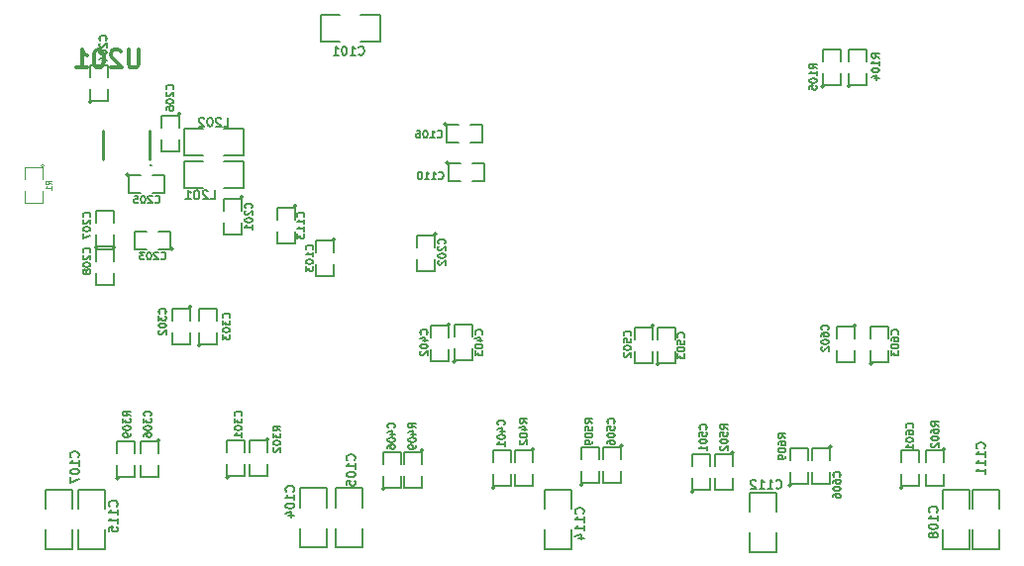
<source format=gbo>
G04 (created by PCBNEW (2013-mar-13)-testing) date Thu 04 Apr 2013 08:28:40 PM CEST*
%MOIN*%
G04 Gerber Fmt 3.4, Leading zero omitted, Abs format*
%FSLAX34Y34*%
G01*
G70*
G90*
G04 APERTURE LIST*
%ADD10C,2.3622e-06*%
%ADD11C,0.005*%
%ADD12C,0.0098*%
%ADD13C,0.0039*%
%ADD14C,0.012*%
%ADD15C,0.0043*%
G04 APERTURE END LIST*
G54D10*
G54D11*
X38950Y-60600D02*
X39850Y-60600D01*
X39850Y-60600D02*
X39850Y-61250D01*
X38950Y-61950D02*
X38950Y-62600D01*
X38950Y-62600D02*
X39850Y-62600D01*
X39850Y-62600D02*
X39850Y-61950D01*
X38950Y-61250D02*
X38950Y-60600D01*
X38750Y-62600D02*
X37850Y-62600D01*
X37850Y-62600D02*
X37850Y-61950D01*
X38750Y-61250D02*
X38750Y-60600D01*
X38750Y-60600D02*
X37850Y-60600D01*
X37850Y-60600D02*
X37850Y-61250D01*
X38750Y-61950D02*
X38750Y-62600D01*
X68050Y-60600D02*
X68950Y-60600D01*
X68950Y-60600D02*
X68950Y-61250D01*
X68050Y-61950D02*
X68050Y-62600D01*
X68050Y-62600D02*
X68950Y-62600D01*
X68950Y-62600D02*
X68950Y-61950D01*
X68050Y-61250D02*
X68050Y-60600D01*
X69950Y-62600D02*
X69050Y-62600D01*
X69050Y-62600D02*
X69050Y-61950D01*
X69950Y-61250D02*
X69950Y-60600D01*
X69950Y-60600D02*
X69050Y-60600D01*
X69050Y-60600D02*
X69050Y-61250D01*
X69950Y-61950D02*
X69950Y-62600D01*
X61550Y-60700D02*
X62450Y-60700D01*
X62450Y-60700D02*
X62450Y-61350D01*
X61550Y-62050D02*
X61550Y-62700D01*
X61550Y-62700D02*
X62450Y-62700D01*
X62450Y-62700D02*
X62450Y-62050D01*
X61550Y-61350D02*
X61550Y-60700D01*
X55550Y-62600D02*
X54650Y-62600D01*
X54650Y-62600D02*
X54650Y-61950D01*
X55550Y-61250D02*
X55550Y-60600D01*
X55550Y-60600D02*
X54650Y-60600D01*
X54650Y-60600D02*
X54650Y-61250D01*
X55550Y-61950D02*
X55550Y-62600D01*
X47300Y-62550D02*
X46400Y-62550D01*
X46400Y-62550D02*
X46400Y-61900D01*
X47300Y-61200D02*
X47300Y-60550D01*
X47300Y-60550D02*
X46400Y-60550D01*
X46400Y-60550D02*
X46400Y-61200D01*
X47300Y-61900D02*
X47300Y-62550D01*
X47600Y-60550D02*
X48500Y-60550D01*
X48500Y-60550D02*
X48500Y-61200D01*
X47600Y-61900D02*
X47600Y-62550D01*
X47600Y-62550D02*
X48500Y-62550D01*
X48500Y-62550D02*
X48500Y-61900D01*
X47600Y-61200D02*
X47600Y-60550D01*
X44500Y-49550D02*
X44500Y-50450D01*
X44500Y-50450D02*
X43850Y-50450D01*
X43150Y-49550D02*
X42500Y-49550D01*
X42500Y-49550D02*
X42500Y-50450D01*
X42500Y-50450D02*
X43150Y-50450D01*
X43850Y-49550D02*
X44500Y-49550D01*
X44500Y-48450D02*
X44500Y-49350D01*
X44500Y-49350D02*
X43850Y-49350D01*
X43150Y-48450D02*
X42500Y-48450D01*
X42500Y-48450D02*
X42500Y-49350D01*
X42500Y-49350D02*
X43150Y-49350D01*
X43850Y-48450D02*
X44500Y-48450D01*
X47100Y-45500D02*
X47100Y-44600D01*
X47100Y-44600D02*
X47750Y-44600D01*
X48450Y-45500D02*
X49100Y-45500D01*
X49100Y-45500D02*
X49100Y-44600D01*
X49100Y-44600D02*
X48450Y-44600D01*
X47750Y-45500D02*
X47100Y-45500D01*
X51649Y-56292D02*
G75*
G03X51649Y-56292I-50J0D01*
G74*
G01*
X51599Y-55842D02*
X51599Y-56242D01*
X51599Y-56242D02*
X52199Y-56242D01*
X52199Y-56242D02*
X52199Y-55842D01*
X52199Y-55442D02*
X52199Y-55042D01*
X52199Y-55042D02*
X51599Y-55042D01*
X51599Y-55042D02*
X51599Y-55442D01*
X51462Y-55032D02*
G75*
G03X51462Y-55032I-50J0D01*
G74*
G01*
X51412Y-55482D02*
X51412Y-55082D01*
X51412Y-55082D02*
X50812Y-55082D01*
X50812Y-55082D02*
X50812Y-55482D01*
X50812Y-55882D02*
X50812Y-56282D01*
X50812Y-56282D02*
X51412Y-56282D01*
X51412Y-56282D02*
X51412Y-55882D01*
X52948Y-60544D02*
G75*
G03X52948Y-60544I-50J0D01*
G74*
G01*
X52898Y-60094D02*
X52898Y-60494D01*
X52898Y-60494D02*
X53498Y-60494D01*
X53498Y-60494D02*
X53498Y-60094D01*
X53498Y-59694D02*
X53498Y-59294D01*
X53498Y-59294D02*
X52898Y-59294D01*
X52898Y-59294D02*
X52898Y-59694D01*
X49248Y-60584D02*
G75*
G03X49248Y-60584I-50J0D01*
G74*
G01*
X49198Y-60134D02*
X49198Y-60534D01*
X49198Y-60534D02*
X49798Y-60534D01*
X49798Y-60534D02*
X49798Y-60134D01*
X49798Y-59734D02*
X49798Y-59334D01*
X49798Y-59334D02*
X49198Y-59334D01*
X49198Y-59334D02*
X49198Y-59734D01*
X50556Y-59284D02*
G75*
G03X50556Y-59284I-50J0D01*
G74*
G01*
X50506Y-59734D02*
X50506Y-59334D01*
X50506Y-59334D02*
X49906Y-59334D01*
X49906Y-59334D02*
X49906Y-59734D01*
X49906Y-60134D02*
X49906Y-60534D01*
X49906Y-60534D02*
X50506Y-60534D01*
X50506Y-60534D02*
X50506Y-60134D01*
X54296Y-59244D02*
G75*
G03X54296Y-59244I-50J0D01*
G74*
G01*
X54246Y-59694D02*
X54246Y-59294D01*
X54246Y-59294D02*
X53646Y-59294D01*
X53646Y-59294D02*
X53646Y-59694D01*
X53646Y-60094D02*
X53646Y-60494D01*
X53646Y-60494D02*
X54246Y-60494D01*
X54246Y-60494D02*
X54246Y-60094D01*
X57272Y-59137D02*
G75*
G03X57272Y-59137I-50J0D01*
G74*
G01*
X57222Y-59587D02*
X57222Y-59187D01*
X57222Y-59187D02*
X56622Y-59187D01*
X56622Y-59187D02*
X56622Y-59587D01*
X56622Y-59987D02*
X56622Y-60387D01*
X56622Y-60387D02*
X57222Y-60387D01*
X57222Y-60387D02*
X57222Y-59987D01*
X68119Y-59237D02*
G75*
G03X68119Y-59237I-50J0D01*
G74*
G01*
X68069Y-59687D02*
X68069Y-59287D01*
X68069Y-59287D02*
X67469Y-59287D01*
X67469Y-59287D02*
X67469Y-59687D01*
X67469Y-60087D02*
X67469Y-60487D01*
X67469Y-60487D02*
X68069Y-60487D01*
X68069Y-60487D02*
X68069Y-60087D01*
X66692Y-60537D02*
G75*
G03X66692Y-60537I-50J0D01*
G74*
G01*
X66642Y-60087D02*
X66642Y-60487D01*
X66642Y-60487D02*
X67242Y-60487D01*
X67242Y-60487D02*
X67242Y-60087D01*
X67242Y-59687D02*
X67242Y-59287D01*
X67242Y-59287D02*
X66642Y-59287D01*
X66642Y-59287D02*
X66642Y-59687D01*
X58483Y-56382D02*
G75*
G03X58483Y-56382I-50J0D01*
G74*
G01*
X58433Y-55932D02*
X58433Y-56332D01*
X58433Y-56332D02*
X59033Y-56332D01*
X59033Y-56332D02*
X59033Y-55932D01*
X59033Y-55532D02*
X59033Y-55132D01*
X59033Y-55132D02*
X58433Y-55132D01*
X58433Y-55132D02*
X58433Y-55532D01*
X58335Y-55082D02*
G75*
G03X58335Y-55082I-50J0D01*
G74*
G01*
X58285Y-55532D02*
X58285Y-55132D01*
X58285Y-55132D02*
X57685Y-55132D01*
X57685Y-55132D02*
X57685Y-55532D01*
X57685Y-55932D02*
X57685Y-56332D01*
X57685Y-56332D02*
X58285Y-56332D01*
X58285Y-56332D02*
X58285Y-55932D01*
X55924Y-60437D02*
G75*
G03X55924Y-60437I-50J0D01*
G74*
G01*
X55874Y-59987D02*
X55874Y-60387D01*
X55874Y-60387D02*
X56474Y-60387D01*
X56474Y-60387D02*
X56474Y-59987D01*
X56474Y-59587D02*
X56474Y-59187D01*
X56474Y-59187D02*
X55874Y-59187D01*
X55874Y-59187D02*
X55874Y-59587D01*
X59664Y-60673D02*
G75*
G03X59664Y-60673I-50J0D01*
G74*
G01*
X59614Y-60223D02*
X59614Y-60623D01*
X59614Y-60623D02*
X60214Y-60623D01*
X60214Y-60623D02*
X60214Y-60223D01*
X60214Y-59823D02*
X60214Y-59423D01*
X60214Y-59423D02*
X59614Y-59423D01*
X59614Y-59423D02*
X59614Y-59823D01*
X61012Y-59373D02*
G75*
G03X61012Y-59373I-50J0D01*
G74*
G01*
X60962Y-59823D02*
X60962Y-59423D01*
X60962Y-59423D02*
X60362Y-59423D01*
X60362Y-59423D02*
X60362Y-59823D01*
X60362Y-60223D02*
X60362Y-60623D01*
X60362Y-60623D02*
X60962Y-60623D01*
X60962Y-60623D02*
X60962Y-60223D01*
X51000Y-52000D02*
G75*
G03X51000Y-52000I-50J0D01*
G74*
G01*
X50950Y-52450D02*
X50950Y-52050D01*
X50950Y-52050D02*
X50350Y-52050D01*
X50350Y-52050D02*
X50350Y-52450D01*
X50350Y-52850D02*
X50350Y-53250D01*
X50350Y-53250D02*
X50950Y-53250D01*
X50950Y-53250D02*
X50950Y-52850D01*
X64300Y-59158D02*
G75*
G03X64300Y-59158I-50J0D01*
G74*
G01*
X64250Y-59608D02*
X64250Y-59208D01*
X64250Y-59208D02*
X63650Y-59208D01*
X63650Y-59208D02*
X63650Y-59608D01*
X63650Y-60008D02*
X63650Y-60408D01*
X63650Y-60408D02*
X64250Y-60408D01*
X64250Y-60408D02*
X64250Y-60008D01*
X42400Y-47950D02*
G75*
G03X42400Y-47950I-50J0D01*
G74*
G01*
X42350Y-48400D02*
X42350Y-48000D01*
X42350Y-48000D02*
X41750Y-48000D01*
X41750Y-48000D02*
X41750Y-48400D01*
X41750Y-48800D02*
X41750Y-49200D01*
X41750Y-49200D02*
X42350Y-49200D01*
X42350Y-49200D02*
X42350Y-48800D01*
X40650Y-50000D02*
G75*
G03X40650Y-50000I-50J0D01*
G74*
G01*
X41050Y-50000D02*
X40650Y-50000D01*
X40650Y-50000D02*
X40650Y-50600D01*
X40650Y-50600D02*
X41050Y-50600D01*
X41450Y-50600D02*
X41850Y-50600D01*
X41850Y-50600D02*
X41850Y-50000D01*
X41850Y-50000D02*
X41450Y-50000D01*
X65127Y-55064D02*
G75*
G03X65127Y-55064I-50J0D01*
G74*
G01*
X65077Y-55514D02*
X65077Y-55114D01*
X65077Y-55114D02*
X64477Y-55114D01*
X64477Y-55114D02*
X64477Y-55514D01*
X64477Y-55914D02*
X64477Y-56314D01*
X64477Y-56314D02*
X65077Y-56314D01*
X65077Y-56314D02*
X65077Y-55914D01*
X64925Y-47025D02*
G75*
G03X64925Y-47025I-50J0D01*
G74*
G01*
X64875Y-46575D02*
X64875Y-46975D01*
X64875Y-46975D02*
X65475Y-46975D01*
X65475Y-46975D02*
X65475Y-46575D01*
X65475Y-46175D02*
X65475Y-45775D01*
X65475Y-45775D02*
X64875Y-45775D01*
X64875Y-45775D02*
X64875Y-46175D01*
X64050Y-47025D02*
G75*
G03X64050Y-47025I-50J0D01*
G74*
G01*
X64000Y-46575D02*
X64000Y-46975D01*
X64000Y-46975D02*
X64600Y-46975D01*
X64600Y-46975D02*
X64600Y-46575D01*
X64600Y-46175D02*
X64600Y-45775D01*
X64600Y-45775D02*
X64000Y-45775D01*
X64000Y-45775D02*
X64000Y-46175D01*
X65668Y-56364D02*
G75*
G03X65668Y-56364I-50J0D01*
G74*
G01*
X65618Y-55914D02*
X65618Y-56314D01*
X65618Y-56314D02*
X66218Y-56314D01*
X66218Y-56314D02*
X66218Y-55914D01*
X66218Y-55514D02*
X66218Y-55114D01*
X66218Y-55114D02*
X65618Y-55114D01*
X65618Y-55114D02*
X65618Y-55514D01*
X44500Y-50750D02*
G75*
G03X44500Y-50750I-50J0D01*
G74*
G01*
X44450Y-51200D02*
X44450Y-50800D01*
X44450Y-50800D02*
X43850Y-50800D01*
X43850Y-50800D02*
X43850Y-51200D01*
X43850Y-51600D02*
X43850Y-52000D01*
X43850Y-52000D02*
X44450Y-52000D01*
X44450Y-52000D02*
X44450Y-51600D01*
X46300Y-51050D02*
G75*
G03X46300Y-51050I-50J0D01*
G74*
G01*
X46250Y-51500D02*
X46250Y-51100D01*
X46250Y-51100D02*
X45650Y-51100D01*
X45650Y-51100D02*
X45650Y-51500D01*
X45650Y-51900D02*
X45650Y-52300D01*
X45650Y-52300D02*
X46250Y-52300D01*
X46250Y-52300D02*
X46250Y-51900D01*
X51400Y-49600D02*
G75*
G03X51400Y-49600I-50J0D01*
G74*
G01*
X51800Y-49600D02*
X51400Y-49600D01*
X51400Y-49600D02*
X51400Y-50200D01*
X51400Y-50200D02*
X51800Y-50200D01*
X52200Y-50200D02*
X52600Y-50200D01*
X52600Y-50200D02*
X52600Y-49600D01*
X52600Y-49600D02*
X52200Y-49600D01*
X51350Y-48300D02*
G75*
G03X51350Y-48300I-50J0D01*
G74*
G01*
X51750Y-48300D02*
X51350Y-48300D01*
X51350Y-48300D02*
X51350Y-48900D01*
X51350Y-48900D02*
X51750Y-48900D01*
X52150Y-48900D02*
X52550Y-48900D01*
X52550Y-48900D02*
X52550Y-48300D01*
X52550Y-48300D02*
X52150Y-48300D01*
X47600Y-52175D02*
G75*
G03X47600Y-52175I-50J0D01*
G74*
G01*
X47550Y-52625D02*
X47550Y-52225D01*
X47550Y-52225D02*
X46950Y-52225D01*
X46950Y-52225D02*
X46950Y-52625D01*
X46950Y-53025D02*
X46950Y-53425D01*
X46950Y-53425D02*
X47550Y-53425D01*
X47550Y-53425D02*
X47550Y-53025D01*
X62952Y-60458D02*
G75*
G03X62952Y-60458I-50J0D01*
G74*
G01*
X62902Y-60008D02*
X62902Y-60408D01*
X62902Y-60408D02*
X63502Y-60408D01*
X63502Y-60408D02*
X63502Y-60008D01*
X63502Y-59608D02*
X63502Y-59208D01*
X63502Y-59208D02*
X62902Y-59208D01*
X62902Y-59208D02*
X62902Y-59608D01*
X43064Y-55756D02*
G75*
G03X43064Y-55756I-50J0D01*
G74*
G01*
X43014Y-55306D02*
X43014Y-55706D01*
X43014Y-55706D02*
X43614Y-55706D01*
X43614Y-55706D02*
X43614Y-55306D01*
X43614Y-54906D02*
X43614Y-54506D01*
X43614Y-54506D02*
X43014Y-54506D01*
X43014Y-54506D02*
X43014Y-54906D01*
X42759Y-54456D02*
G75*
G03X42759Y-54456I-50J0D01*
G74*
G01*
X42709Y-54906D02*
X42709Y-54506D01*
X42709Y-54506D02*
X42109Y-54506D01*
X42109Y-54506D02*
X42109Y-54906D01*
X42109Y-55306D02*
X42109Y-55706D01*
X42109Y-55706D02*
X42709Y-55706D01*
X42709Y-55706D02*
X42709Y-55306D01*
X41696Y-58944D02*
G75*
G03X41696Y-58944I-50J0D01*
G74*
G01*
X41646Y-59394D02*
X41646Y-58994D01*
X41646Y-58994D02*
X41046Y-58994D01*
X41046Y-58994D02*
X41046Y-59394D01*
X41046Y-59794D02*
X41046Y-60194D01*
X41046Y-60194D02*
X41646Y-60194D01*
X41646Y-60194D02*
X41646Y-59794D01*
X40309Y-60244D02*
G75*
G03X40309Y-60244I-50J0D01*
G74*
G01*
X40259Y-59794D02*
X40259Y-60194D01*
X40259Y-60194D02*
X40859Y-60194D01*
X40859Y-60194D02*
X40859Y-59794D01*
X40859Y-59394D02*
X40859Y-58994D01*
X40859Y-58994D02*
X40259Y-58994D01*
X40259Y-58994D02*
X40259Y-59394D01*
X40200Y-52450D02*
G75*
G03X40200Y-52450I-50J0D01*
G74*
G01*
X40150Y-52900D02*
X40150Y-52500D01*
X40150Y-52500D02*
X39550Y-52500D01*
X39550Y-52500D02*
X39550Y-52900D01*
X39550Y-53300D02*
X39550Y-53700D01*
X39550Y-53700D02*
X40150Y-53700D01*
X40150Y-53700D02*
X40150Y-53300D01*
X45357Y-58905D02*
G75*
G03X45357Y-58905I-50J0D01*
G74*
G01*
X45307Y-59355D02*
X45307Y-58955D01*
X45307Y-58955D02*
X44707Y-58955D01*
X44707Y-58955D02*
X44707Y-59355D01*
X44707Y-59755D02*
X44707Y-60155D01*
X44707Y-60155D02*
X45307Y-60155D01*
X45307Y-60155D02*
X45307Y-59755D01*
X39600Y-52450D02*
G75*
G03X39600Y-52450I-50J0D01*
G74*
G01*
X39550Y-52000D02*
X39550Y-52400D01*
X39550Y-52400D02*
X40150Y-52400D01*
X40150Y-52400D02*
X40150Y-52000D01*
X40150Y-51600D02*
X40150Y-51200D01*
X40150Y-51200D02*
X39550Y-51200D01*
X39550Y-51200D02*
X39550Y-51600D01*
X42150Y-52500D02*
G75*
G03X42150Y-52500I-50J0D01*
G74*
G01*
X41650Y-52500D02*
X42050Y-52500D01*
X42050Y-52500D02*
X42050Y-51900D01*
X42050Y-51900D02*
X41650Y-51900D01*
X41250Y-51900D02*
X40850Y-51900D01*
X40850Y-51900D02*
X40850Y-52500D01*
X40850Y-52500D02*
X41250Y-52500D01*
X39400Y-47550D02*
G75*
G03X39400Y-47550I-50J0D01*
G74*
G01*
X39350Y-47100D02*
X39350Y-47500D01*
X39350Y-47500D02*
X39950Y-47500D01*
X39950Y-47500D02*
X39950Y-47100D01*
X39950Y-46700D02*
X39950Y-46300D01*
X39950Y-46300D02*
X39350Y-46300D01*
X39350Y-46300D02*
X39350Y-46700D01*
X44009Y-60205D02*
G75*
G03X44009Y-60205I-50J0D01*
G74*
G01*
X43959Y-59755D02*
X43959Y-60155D01*
X43959Y-60155D02*
X44559Y-60155D01*
X44559Y-60155D02*
X44559Y-59755D01*
X44559Y-59355D02*
X44559Y-58955D01*
X44559Y-58955D02*
X43959Y-58955D01*
X43959Y-58955D02*
X43959Y-59355D01*
G54D12*
X41384Y-49684D02*
G75*
G03X41384Y-49684I-22J0D01*
G74*
G01*
X39763Y-48499D02*
X39763Y-49463D01*
X41337Y-49463D02*
X41337Y-48499D01*
G54D13*
X37800Y-49700D02*
G75*
G03X37800Y-49700I-50J0D01*
G74*
G01*
X37750Y-50150D02*
X37750Y-49750D01*
X37750Y-49750D02*
X37150Y-49750D01*
X37150Y-49750D02*
X37150Y-50150D01*
X37150Y-50550D02*
X37150Y-50950D01*
X37150Y-50950D02*
X37750Y-50950D01*
X37750Y-50950D02*
X37750Y-50550D01*
G54D11*
X40242Y-61164D02*
X40257Y-61150D01*
X40271Y-61107D01*
X40271Y-61078D01*
X40257Y-61035D01*
X40228Y-61007D01*
X40200Y-60992D01*
X40142Y-60978D01*
X40100Y-60978D01*
X40042Y-60992D01*
X40014Y-61007D01*
X39985Y-61035D01*
X39971Y-61078D01*
X39971Y-61107D01*
X39985Y-61150D01*
X40000Y-61164D01*
X40271Y-61450D02*
X40271Y-61278D01*
X40271Y-61364D02*
X39971Y-61364D01*
X40014Y-61335D01*
X40042Y-61307D01*
X40057Y-61278D01*
X40271Y-61735D02*
X40271Y-61564D01*
X40271Y-61650D02*
X39971Y-61650D01*
X40014Y-61621D01*
X40042Y-61592D01*
X40057Y-61564D01*
X39971Y-62007D02*
X39971Y-61864D01*
X40114Y-61850D01*
X40100Y-61864D01*
X40085Y-61892D01*
X40085Y-61964D01*
X40100Y-61992D01*
X40114Y-62007D01*
X40142Y-62021D01*
X40214Y-62021D01*
X40242Y-62007D01*
X40257Y-61992D01*
X40271Y-61964D01*
X40271Y-61892D01*
X40257Y-61864D01*
X40242Y-61850D01*
X38942Y-59514D02*
X38957Y-59500D01*
X38971Y-59457D01*
X38971Y-59428D01*
X38957Y-59385D01*
X38928Y-59357D01*
X38900Y-59342D01*
X38842Y-59328D01*
X38800Y-59328D01*
X38742Y-59342D01*
X38714Y-59357D01*
X38685Y-59385D01*
X38671Y-59428D01*
X38671Y-59457D01*
X38685Y-59500D01*
X38700Y-59514D01*
X38971Y-59800D02*
X38971Y-59628D01*
X38971Y-59714D02*
X38671Y-59714D01*
X38714Y-59685D01*
X38742Y-59657D01*
X38757Y-59628D01*
X38671Y-59985D02*
X38671Y-60014D01*
X38685Y-60042D01*
X38700Y-60057D01*
X38728Y-60071D01*
X38785Y-60085D01*
X38857Y-60085D01*
X38914Y-60071D01*
X38942Y-60057D01*
X38957Y-60042D01*
X38971Y-60014D01*
X38971Y-59985D01*
X38957Y-59957D01*
X38942Y-59942D01*
X38914Y-59928D01*
X38857Y-59914D01*
X38785Y-59914D01*
X38728Y-59928D01*
X38700Y-59942D01*
X38685Y-59957D01*
X38671Y-59985D01*
X38671Y-60185D02*
X38671Y-60385D01*
X38971Y-60257D01*
X67842Y-61364D02*
X67857Y-61350D01*
X67871Y-61307D01*
X67871Y-61278D01*
X67857Y-61235D01*
X67828Y-61207D01*
X67800Y-61192D01*
X67742Y-61178D01*
X67700Y-61178D01*
X67642Y-61192D01*
X67614Y-61207D01*
X67585Y-61235D01*
X67571Y-61278D01*
X67571Y-61307D01*
X67585Y-61350D01*
X67600Y-61364D01*
X67871Y-61650D02*
X67871Y-61478D01*
X67871Y-61564D02*
X67571Y-61564D01*
X67614Y-61535D01*
X67642Y-61507D01*
X67657Y-61478D01*
X67571Y-61835D02*
X67571Y-61864D01*
X67585Y-61892D01*
X67600Y-61907D01*
X67628Y-61921D01*
X67685Y-61935D01*
X67757Y-61935D01*
X67814Y-61921D01*
X67842Y-61907D01*
X67857Y-61892D01*
X67871Y-61864D01*
X67871Y-61835D01*
X67857Y-61807D01*
X67842Y-61792D01*
X67814Y-61778D01*
X67757Y-61764D01*
X67685Y-61764D01*
X67628Y-61778D01*
X67600Y-61792D01*
X67585Y-61807D01*
X67571Y-61835D01*
X67700Y-62107D02*
X67685Y-62078D01*
X67671Y-62064D01*
X67642Y-62050D01*
X67628Y-62050D01*
X67600Y-62064D01*
X67585Y-62078D01*
X67571Y-62107D01*
X67571Y-62164D01*
X67585Y-62192D01*
X67600Y-62207D01*
X67628Y-62221D01*
X67642Y-62221D01*
X67671Y-62207D01*
X67685Y-62192D01*
X67700Y-62164D01*
X67700Y-62107D01*
X67714Y-62078D01*
X67728Y-62064D01*
X67757Y-62050D01*
X67814Y-62050D01*
X67842Y-62064D01*
X67857Y-62078D01*
X67871Y-62107D01*
X67871Y-62164D01*
X67857Y-62192D01*
X67842Y-62207D01*
X67814Y-62221D01*
X67757Y-62221D01*
X67728Y-62207D01*
X67714Y-62192D01*
X67700Y-62164D01*
X69442Y-59214D02*
X69457Y-59200D01*
X69471Y-59157D01*
X69471Y-59128D01*
X69457Y-59085D01*
X69428Y-59057D01*
X69400Y-59042D01*
X69342Y-59028D01*
X69300Y-59028D01*
X69242Y-59042D01*
X69214Y-59057D01*
X69185Y-59085D01*
X69171Y-59128D01*
X69171Y-59157D01*
X69185Y-59200D01*
X69200Y-59214D01*
X69471Y-59500D02*
X69471Y-59328D01*
X69471Y-59414D02*
X69171Y-59414D01*
X69214Y-59385D01*
X69242Y-59357D01*
X69257Y-59328D01*
X69471Y-59785D02*
X69471Y-59614D01*
X69471Y-59700D02*
X69171Y-59700D01*
X69214Y-59671D01*
X69242Y-59642D01*
X69257Y-59614D01*
X69471Y-60071D02*
X69471Y-59900D01*
X69471Y-59985D02*
X69171Y-59985D01*
X69214Y-59957D01*
X69242Y-59928D01*
X69257Y-59900D01*
X62435Y-60542D02*
X62450Y-60557D01*
X62492Y-60571D01*
X62521Y-60571D01*
X62564Y-60557D01*
X62592Y-60528D01*
X62607Y-60500D01*
X62621Y-60442D01*
X62621Y-60400D01*
X62607Y-60342D01*
X62592Y-60314D01*
X62564Y-60285D01*
X62521Y-60271D01*
X62492Y-60271D01*
X62450Y-60285D01*
X62435Y-60300D01*
X62150Y-60571D02*
X62321Y-60571D01*
X62235Y-60571D02*
X62235Y-60271D01*
X62264Y-60314D01*
X62292Y-60342D01*
X62321Y-60357D01*
X61864Y-60571D02*
X62035Y-60571D01*
X61950Y-60571D02*
X61950Y-60271D01*
X61978Y-60314D01*
X62007Y-60342D01*
X62035Y-60357D01*
X61750Y-60300D02*
X61735Y-60285D01*
X61707Y-60271D01*
X61635Y-60271D01*
X61607Y-60285D01*
X61592Y-60300D01*
X61578Y-60328D01*
X61578Y-60357D01*
X61592Y-60400D01*
X61764Y-60571D01*
X61578Y-60571D01*
X55942Y-61414D02*
X55957Y-61400D01*
X55971Y-61357D01*
X55971Y-61328D01*
X55957Y-61285D01*
X55928Y-61257D01*
X55900Y-61242D01*
X55842Y-61228D01*
X55800Y-61228D01*
X55742Y-61242D01*
X55714Y-61257D01*
X55685Y-61285D01*
X55671Y-61328D01*
X55671Y-61357D01*
X55685Y-61400D01*
X55700Y-61414D01*
X55971Y-61700D02*
X55971Y-61528D01*
X55971Y-61614D02*
X55671Y-61614D01*
X55714Y-61585D01*
X55742Y-61557D01*
X55757Y-61528D01*
X55971Y-61985D02*
X55971Y-61814D01*
X55971Y-61900D02*
X55671Y-61900D01*
X55714Y-61871D01*
X55742Y-61842D01*
X55757Y-61814D01*
X55771Y-62242D02*
X55971Y-62242D01*
X55657Y-62171D02*
X55871Y-62100D01*
X55871Y-62285D01*
X46192Y-60664D02*
X46207Y-60650D01*
X46221Y-60607D01*
X46221Y-60578D01*
X46207Y-60535D01*
X46178Y-60507D01*
X46150Y-60492D01*
X46092Y-60478D01*
X46050Y-60478D01*
X45992Y-60492D01*
X45964Y-60507D01*
X45935Y-60535D01*
X45921Y-60578D01*
X45921Y-60607D01*
X45935Y-60650D01*
X45950Y-60664D01*
X46221Y-60950D02*
X46221Y-60778D01*
X46221Y-60864D02*
X45921Y-60864D01*
X45964Y-60835D01*
X45992Y-60807D01*
X46007Y-60778D01*
X45921Y-61135D02*
X45921Y-61164D01*
X45935Y-61192D01*
X45950Y-61207D01*
X45978Y-61221D01*
X46035Y-61235D01*
X46107Y-61235D01*
X46164Y-61221D01*
X46192Y-61207D01*
X46207Y-61192D01*
X46221Y-61164D01*
X46221Y-61135D01*
X46207Y-61107D01*
X46192Y-61092D01*
X46164Y-61078D01*
X46107Y-61064D01*
X46035Y-61064D01*
X45978Y-61078D01*
X45950Y-61092D01*
X45935Y-61107D01*
X45921Y-61135D01*
X46021Y-61492D02*
X46221Y-61492D01*
X45907Y-61421D02*
X46121Y-61350D01*
X46121Y-61535D01*
X48242Y-59614D02*
X48257Y-59600D01*
X48271Y-59557D01*
X48271Y-59528D01*
X48257Y-59485D01*
X48228Y-59457D01*
X48200Y-59442D01*
X48142Y-59428D01*
X48100Y-59428D01*
X48042Y-59442D01*
X48014Y-59457D01*
X47985Y-59485D01*
X47971Y-59528D01*
X47971Y-59557D01*
X47985Y-59600D01*
X48000Y-59614D01*
X48271Y-59900D02*
X48271Y-59728D01*
X48271Y-59814D02*
X47971Y-59814D01*
X48014Y-59785D01*
X48042Y-59757D01*
X48057Y-59728D01*
X47971Y-60085D02*
X47971Y-60114D01*
X47985Y-60142D01*
X48000Y-60157D01*
X48028Y-60171D01*
X48085Y-60185D01*
X48157Y-60185D01*
X48214Y-60171D01*
X48242Y-60157D01*
X48257Y-60142D01*
X48271Y-60114D01*
X48271Y-60085D01*
X48257Y-60057D01*
X48242Y-60042D01*
X48214Y-60028D01*
X48157Y-60014D01*
X48085Y-60014D01*
X48028Y-60028D01*
X48000Y-60042D01*
X47985Y-60057D01*
X47971Y-60085D01*
X47971Y-60457D02*
X47971Y-60314D01*
X48114Y-60300D01*
X48100Y-60314D01*
X48085Y-60342D01*
X48085Y-60414D01*
X48100Y-60442D01*
X48114Y-60457D01*
X48142Y-60471D01*
X48214Y-60471D01*
X48242Y-60457D01*
X48257Y-60442D01*
X48271Y-60414D01*
X48271Y-60342D01*
X48257Y-60314D01*
X48242Y-60300D01*
X43385Y-50821D02*
X43528Y-50821D01*
X43528Y-50521D01*
X43299Y-50550D02*
X43285Y-50535D01*
X43257Y-50521D01*
X43185Y-50521D01*
X43157Y-50535D01*
X43142Y-50550D01*
X43128Y-50578D01*
X43128Y-50607D01*
X43142Y-50650D01*
X43314Y-50821D01*
X43128Y-50821D01*
X42942Y-50521D02*
X42914Y-50521D01*
X42885Y-50535D01*
X42871Y-50550D01*
X42857Y-50578D01*
X42842Y-50635D01*
X42842Y-50707D01*
X42857Y-50764D01*
X42871Y-50792D01*
X42885Y-50807D01*
X42914Y-50821D01*
X42942Y-50821D01*
X42971Y-50807D01*
X42985Y-50792D01*
X42999Y-50764D01*
X43014Y-50707D01*
X43014Y-50635D01*
X42999Y-50578D01*
X42985Y-50550D01*
X42971Y-50535D01*
X42942Y-50521D01*
X42557Y-50821D02*
X42728Y-50821D01*
X42642Y-50821D02*
X42642Y-50521D01*
X42671Y-50564D01*
X42700Y-50592D01*
X42728Y-50607D01*
X43835Y-48371D02*
X43978Y-48371D01*
X43978Y-48071D01*
X43749Y-48100D02*
X43735Y-48085D01*
X43707Y-48071D01*
X43635Y-48071D01*
X43607Y-48085D01*
X43592Y-48100D01*
X43578Y-48128D01*
X43578Y-48157D01*
X43592Y-48200D01*
X43764Y-48371D01*
X43578Y-48371D01*
X43392Y-48071D02*
X43364Y-48071D01*
X43335Y-48085D01*
X43321Y-48100D01*
X43307Y-48128D01*
X43292Y-48185D01*
X43292Y-48257D01*
X43307Y-48314D01*
X43321Y-48342D01*
X43335Y-48357D01*
X43364Y-48371D01*
X43392Y-48371D01*
X43421Y-48357D01*
X43435Y-48342D01*
X43449Y-48314D01*
X43464Y-48257D01*
X43464Y-48185D01*
X43449Y-48128D01*
X43435Y-48100D01*
X43421Y-48085D01*
X43392Y-48071D01*
X43178Y-48100D02*
X43164Y-48085D01*
X43135Y-48071D01*
X43064Y-48071D01*
X43035Y-48085D01*
X43021Y-48100D01*
X43007Y-48128D01*
X43007Y-48157D01*
X43021Y-48200D01*
X43192Y-48371D01*
X43007Y-48371D01*
X48385Y-45942D02*
X48400Y-45957D01*
X48442Y-45971D01*
X48471Y-45971D01*
X48514Y-45957D01*
X48542Y-45928D01*
X48557Y-45900D01*
X48571Y-45842D01*
X48571Y-45800D01*
X48557Y-45742D01*
X48542Y-45714D01*
X48514Y-45685D01*
X48471Y-45671D01*
X48442Y-45671D01*
X48400Y-45685D01*
X48385Y-45700D01*
X48100Y-45971D02*
X48271Y-45971D01*
X48185Y-45971D02*
X48185Y-45671D01*
X48214Y-45714D01*
X48242Y-45742D01*
X48271Y-45757D01*
X47914Y-45671D02*
X47885Y-45671D01*
X47857Y-45685D01*
X47842Y-45700D01*
X47828Y-45728D01*
X47814Y-45785D01*
X47814Y-45857D01*
X47828Y-45914D01*
X47842Y-45942D01*
X47857Y-45957D01*
X47885Y-45971D01*
X47914Y-45971D01*
X47942Y-45957D01*
X47957Y-45942D01*
X47971Y-45914D01*
X47985Y-45857D01*
X47985Y-45785D01*
X47971Y-45728D01*
X47957Y-45700D01*
X47942Y-45685D01*
X47914Y-45671D01*
X47528Y-45971D02*
X47700Y-45971D01*
X47614Y-45971D02*
X47614Y-45671D01*
X47642Y-45714D01*
X47671Y-45742D01*
X47700Y-45757D01*
X52527Y-55370D02*
X52539Y-55358D01*
X52551Y-55322D01*
X52551Y-55298D01*
X52539Y-55263D01*
X52515Y-55239D01*
X52491Y-55227D01*
X52444Y-55215D01*
X52408Y-55215D01*
X52360Y-55227D01*
X52336Y-55239D01*
X52313Y-55263D01*
X52301Y-55298D01*
X52301Y-55322D01*
X52313Y-55358D01*
X52325Y-55370D01*
X52384Y-55584D02*
X52551Y-55584D01*
X52289Y-55525D02*
X52467Y-55465D01*
X52467Y-55620D01*
X52301Y-55763D02*
X52301Y-55786D01*
X52313Y-55810D01*
X52325Y-55822D01*
X52348Y-55834D01*
X52396Y-55846D01*
X52455Y-55846D01*
X52503Y-55834D01*
X52527Y-55822D01*
X52539Y-55810D01*
X52551Y-55786D01*
X52551Y-55763D01*
X52539Y-55739D01*
X52527Y-55727D01*
X52503Y-55715D01*
X52455Y-55703D01*
X52396Y-55703D01*
X52348Y-55715D01*
X52325Y-55727D01*
X52313Y-55739D01*
X52301Y-55763D01*
X52301Y-55929D02*
X52301Y-56084D01*
X52396Y-56001D01*
X52396Y-56036D01*
X52408Y-56060D01*
X52420Y-56072D01*
X52444Y-56084D01*
X52503Y-56084D01*
X52527Y-56072D01*
X52539Y-56060D01*
X52551Y-56036D01*
X52551Y-55965D01*
X52539Y-55941D01*
X52527Y-55929D01*
X50677Y-55370D02*
X50689Y-55358D01*
X50701Y-55322D01*
X50701Y-55298D01*
X50689Y-55263D01*
X50665Y-55239D01*
X50641Y-55227D01*
X50594Y-55215D01*
X50558Y-55215D01*
X50510Y-55227D01*
X50486Y-55239D01*
X50463Y-55263D01*
X50451Y-55298D01*
X50451Y-55322D01*
X50463Y-55358D01*
X50475Y-55370D01*
X50534Y-55584D02*
X50701Y-55584D01*
X50439Y-55525D02*
X50617Y-55465D01*
X50617Y-55620D01*
X50451Y-55763D02*
X50451Y-55786D01*
X50463Y-55810D01*
X50475Y-55822D01*
X50498Y-55834D01*
X50546Y-55846D01*
X50605Y-55846D01*
X50653Y-55834D01*
X50677Y-55822D01*
X50689Y-55810D01*
X50701Y-55786D01*
X50701Y-55763D01*
X50689Y-55739D01*
X50677Y-55727D01*
X50653Y-55715D01*
X50605Y-55703D01*
X50546Y-55703D01*
X50498Y-55715D01*
X50475Y-55727D01*
X50463Y-55739D01*
X50451Y-55763D01*
X50475Y-55941D02*
X50463Y-55953D01*
X50451Y-55977D01*
X50451Y-56036D01*
X50463Y-56060D01*
X50475Y-56072D01*
X50498Y-56084D01*
X50522Y-56084D01*
X50558Y-56072D01*
X50701Y-55929D01*
X50701Y-56084D01*
X53277Y-58420D02*
X53289Y-58408D01*
X53301Y-58372D01*
X53301Y-58348D01*
X53289Y-58313D01*
X53265Y-58289D01*
X53241Y-58277D01*
X53194Y-58265D01*
X53158Y-58265D01*
X53110Y-58277D01*
X53086Y-58289D01*
X53063Y-58313D01*
X53051Y-58348D01*
X53051Y-58372D01*
X53063Y-58408D01*
X53075Y-58420D01*
X53134Y-58634D02*
X53301Y-58634D01*
X53039Y-58575D02*
X53217Y-58515D01*
X53217Y-58670D01*
X53051Y-58813D02*
X53051Y-58836D01*
X53063Y-58860D01*
X53075Y-58872D01*
X53098Y-58884D01*
X53146Y-58896D01*
X53205Y-58896D01*
X53253Y-58884D01*
X53277Y-58872D01*
X53289Y-58860D01*
X53301Y-58836D01*
X53301Y-58813D01*
X53289Y-58789D01*
X53277Y-58777D01*
X53253Y-58765D01*
X53205Y-58753D01*
X53146Y-58753D01*
X53098Y-58765D01*
X53075Y-58777D01*
X53063Y-58789D01*
X53051Y-58813D01*
X53301Y-59134D02*
X53301Y-58991D01*
X53301Y-59063D02*
X53051Y-59063D01*
X53086Y-59039D01*
X53110Y-59015D01*
X53122Y-58991D01*
X49577Y-58520D02*
X49589Y-58508D01*
X49601Y-58472D01*
X49601Y-58448D01*
X49589Y-58413D01*
X49565Y-58389D01*
X49541Y-58377D01*
X49494Y-58365D01*
X49458Y-58365D01*
X49410Y-58377D01*
X49386Y-58389D01*
X49363Y-58413D01*
X49351Y-58448D01*
X49351Y-58472D01*
X49363Y-58508D01*
X49375Y-58520D01*
X49434Y-58734D02*
X49601Y-58734D01*
X49339Y-58675D02*
X49517Y-58615D01*
X49517Y-58770D01*
X49351Y-58913D02*
X49351Y-58936D01*
X49363Y-58960D01*
X49375Y-58972D01*
X49398Y-58984D01*
X49446Y-58996D01*
X49505Y-58996D01*
X49553Y-58984D01*
X49577Y-58972D01*
X49589Y-58960D01*
X49601Y-58936D01*
X49601Y-58913D01*
X49589Y-58889D01*
X49577Y-58877D01*
X49553Y-58865D01*
X49505Y-58853D01*
X49446Y-58853D01*
X49398Y-58865D01*
X49375Y-58877D01*
X49363Y-58889D01*
X49351Y-58913D01*
X49351Y-59210D02*
X49351Y-59163D01*
X49363Y-59139D01*
X49375Y-59127D01*
X49410Y-59103D01*
X49458Y-59091D01*
X49553Y-59091D01*
X49577Y-59103D01*
X49589Y-59115D01*
X49601Y-59139D01*
X49601Y-59186D01*
X49589Y-59210D01*
X49577Y-59222D01*
X49553Y-59234D01*
X49494Y-59234D01*
X49470Y-59222D01*
X49458Y-59210D01*
X49446Y-59186D01*
X49446Y-59139D01*
X49458Y-59115D01*
X49470Y-59103D01*
X49494Y-59091D01*
X50301Y-58520D02*
X50182Y-58436D01*
X50301Y-58377D02*
X50051Y-58377D01*
X50051Y-58472D01*
X50063Y-58496D01*
X50075Y-58508D01*
X50098Y-58520D01*
X50134Y-58520D01*
X50158Y-58508D01*
X50170Y-58496D01*
X50182Y-58472D01*
X50182Y-58377D01*
X50134Y-58734D02*
X50301Y-58734D01*
X50039Y-58675D02*
X50217Y-58615D01*
X50217Y-58770D01*
X50051Y-58913D02*
X50051Y-58936D01*
X50063Y-58960D01*
X50075Y-58972D01*
X50098Y-58984D01*
X50146Y-58996D01*
X50205Y-58996D01*
X50253Y-58984D01*
X50277Y-58972D01*
X50289Y-58960D01*
X50301Y-58936D01*
X50301Y-58913D01*
X50289Y-58889D01*
X50277Y-58877D01*
X50253Y-58865D01*
X50205Y-58853D01*
X50146Y-58853D01*
X50098Y-58865D01*
X50075Y-58877D01*
X50063Y-58889D01*
X50051Y-58913D01*
X50301Y-59115D02*
X50301Y-59163D01*
X50289Y-59186D01*
X50277Y-59198D01*
X50241Y-59222D01*
X50194Y-59234D01*
X50098Y-59234D01*
X50075Y-59222D01*
X50063Y-59210D01*
X50051Y-59186D01*
X50051Y-59139D01*
X50063Y-59115D01*
X50075Y-59103D01*
X50098Y-59091D01*
X50158Y-59091D01*
X50182Y-59103D01*
X50194Y-59115D01*
X50205Y-59139D01*
X50205Y-59186D01*
X50194Y-59210D01*
X50182Y-59222D01*
X50158Y-59234D01*
X54051Y-58370D02*
X53932Y-58286D01*
X54051Y-58227D02*
X53801Y-58227D01*
X53801Y-58322D01*
X53813Y-58346D01*
X53825Y-58358D01*
X53848Y-58370D01*
X53884Y-58370D01*
X53908Y-58358D01*
X53920Y-58346D01*
X53932Y-58322D01*
X53932Y-58227D01*
X53884Y-58584D02*
X54051Y-58584D01*
X53789Y-58525D02*
X53967Y-58465D01*
X53967Y-58620D01*
X53801Y-58763D02*
X53801Y-58786D01*
X53813Y-58810D01*
X53825Y-58822D01*
X53848Y-58834D01*
X53896Y-58846D01*
X53955Y-58846D01*
X54003Y-58834D01*
X54027Y-58822D01*
X54039Y-58810D01*
X54051Y-58786D01*
X54051Y-58763D01*
X54039Y-58739D01*
X54027Y-58727D01*
X54003Y-58715D01*
X53955Y-58703D01*
X53896Y-58703D01*
X53848Y-58715D01*
X53825Y-58727D01*
X53813Y-58739D01*
X53801Y-58763D01*
X53825Y-58941D02*
X53813Y-58953D01*
X53801Y-58977D01*
X53801Y-59036D01*
X53813Y-59060D01*
X53825Y-59072D01*
X53848Y-59084D01*
X53872Y-59084D01*
X53908Y-59072D01*
X54051Y-58929D01*
X54051Y-59084D01*
X56977Y-58370D02*
X56989Y-58358D01*
X57001Y-58322D01*
X57001Y-58298D01*
X56989Y-58263D01*
X56965Y-58239D01*
X56941Y-58227D01*
X56894Y-58215D01*
X56858Y-58215D01*
X56810Y-58227D01*
X56786Y-58239D01*
X56763Y-58263D01*
X56751Y-58298D01*
X56751Y-58322D01*
X56763Y-58358D01*
X56775Y-58370D01*
X56751Y-58596D02*
X56751Y-58477D01*
X56870Y-58465D01*
X56858Y-58477D01*
X56846Y-58501D01*
X56846Y-58560D01*
X56858Y-58584D01*
X56870Y-58596D01*
X56894Y-58608D01*
X56953Y-58608D01*
X56977Y-58596D01*
X56989Y-58584D01*
X57001Y-58560D01*
X57001Y-58501D01*
X56989Y-58477D01*
X56977Y-58465D01*
X56751Y-58763D02*
X56751Y-58786D01*
X56763Y-58810D01*
X56775Y-58822D01*
X56798Y-58834D01*
X56846Y-58846D01*
X56905Y-58846D01*
X56953Y-58834D01*
X56977Y-58822D01*
X56989Y-58810D01*
X57001Y-58786D01*
X57001Y-58763D01*
X56989Y-58739D01*
X56977Y-58727D01*
X56953Y-58715D01*
X56905Y-58703D01*
X56846Y-58703D01*
X56798Y-58715D01*
X56775Y-58727D01*
X56763Y-58739D01*
X56751Y-58763D01*
X56751Y-59060D02*
X56751Y-59013D01*
X56763Y-58989D01*
X56775Y-58977D01*
X56810Y-58953D01*
X56858Y-58941D01*
X56953Y-58941D01*
X56977Y-58953D01*
X56989Y-58965D01*
X57001Y-58989D01*
X57001Y-59036D01*
X56989Y-59060D01*
X56977Y-59072D01*
X56953Y-59084D01*
X56894Y-59084D01*
X56870Y-59072D01*
X56858Y-59060D01*
X56846Y-59036D01*
X56846Y-58989D01*
X56858Y-58965D01*
X56870Y-58953D01*
X56894Y-58941D01*
X67901Y-58470D02*
X67782Y-58386D01*
X67901Y-58327D02*
X67651Y-58327D01*
X67651Y-58422D01*
X67663Y-58446D01*
X67675Y-58458D01*
X67698Y-58470D01*
X67734Y-58470D01*
X67758Y-58458D01*
X67770Y-58446D01*
X67782Y-58422D01*
X67782Y-58327D01*
X67651Y-58684D02*
X67651Y-58636D01*
X67663Y-58613D01*
X67675Y-58601D01*
X67710Y-58577D01*
X67758Y-58565D01*
X67853Y-58565D01*
X67877Y-58577D01*
X67889Y-58589D01*
X67901Y-58613D01*
X67901Y-58660D01*
X67889Y-58684D01*
X67877Y-58696D01*
X67853Y-58708D01*
X67794Y-58708D01*
X67770Y-58696D01*
X67758Y-58684D01*
X67746Y-58660D01*
X67746Y-58613D01*
X67758Y-58589D01*
X67770Y-58577D01*
X67794Y-58565D01*
X67651Y-58863D02*
X67651Y-58886D01*
X67663Y-58910D01*
X67675Y-58922D01*
X67698Y-58934D01*
X67746Y-58946D01*
X67805Y-58946D01*
X67853Y-58934D01*
X67877Y-58922D01*
X67889Y-58910D01*
X67901Y-58886D01*
X67901Y-58863D01*
X67889Y-58839D01*
X67877Y-58827D01*
X67853Y-58815D01*
X67805Y-58803D01*
X67746Y-58803D01*
X67698Y-58815D01*
X67675Y-58827D01*
X67663Y-58839D01*
X67651Y-58863D01*
X67675Y-59041D02*
X67663Y-59053D01*
X67651Y-59077D01*
X67651Y-59136D01*
X67663Y-59160D01*
X67675Y-59172D01*
X67698Y-59184D01*
X67722Y-59184D01*
X67758Y-59172D01*
X67901Y-59029D01*
X67901Y-59184D01*
X67027Y-58520D02*
X67039Y-58508D01*
X67051Y-58472D01*
X67051Y-58448D01*
X67039Y-58413D01*
X67015Y-58389D01*
X66991Y-58377D01*
X66944Y-58365D01*
X66908Y-58365D01*
X66860Y-58377D01*
X66836Y-58389D01*
X66813Y-58413D01*
X66801Y-58448D01*
X66801Y-58472D01*
X66813Y-58508D01*
X66825Y-58520D01*
X66801Y-58734D02*
X66801Y-58686D01*
X66813Y-58663D01*
X66825Y-58651D01*
X66860Y-58627D01*
X66908Y-58615D01*
X67003Y-58615D01*
X67027Y-58627D01*
X67039Y-58639D01*
X67051Y-58663D01*
X67051Y-58710D01*
X67039Y-58734D01*
X67027Y-58746D01*
X67003Y-58758D01*
X66944Y-58758D01*
X66920Y-58746D01*
X66908Y-58734D01*
X66896Y-58710D01*
X66896Y-58663D01*
X66908Y-58639D01*
X66920Y-58627D01*
X66944Y-58615D01*
X66801Y-58913D02*
X66801Y-58936D01*
X66813Y-58960D01*
X66825Y-58972D01*
X66848Y-58984D01*
X66896Y-58996D01*
X66955Y-58996D01*
X67003Y-58984D01*
X67027Y-58972D01*
X67039Y-58960D01*
X67051Y-58936D01*
X67051Y-58913D01*
X67039Y-58889D01*
X67027Y-58877D01*
X67003Y-58865D01*
X66955Y-58853D01*
X66896Y-58853D01*
X66848Y-58865D01*
X66825Y-58877D01*
X66813Y-58889D01*
X66801Y-58913D01*
X67051Y-59234D02*
X67051Y-59091D01*
X67051Y-59163D02*
X66801Y-59163D01*
X66836Y-59139D01*
X66860Y-59115D01*
X66872Y-59091D01*
X59327Y-55470D02*
X59339Y-55458D01*
X59351Y-55422D01*
X59351Y-55398D01*
X59339Y-55363D01*
X59315Y-55339D01*
X59291Y-55327D01*
X59244Y-55315D01*
X59208Y-55315D01*
X59160Y-55327D01*
X59136Y-55339D01*
X59113Y-55363D01*
X59101Y-55398D01*
X59101Y-55422D01*
X59113Y-55458D01*
X59125Y-55470D01*
X59101Y-55696D02*
X59101Y-55577D01*
X59220Y-55565D01*
X59208Y-55577D01*
X59196Y-55601D01*
X59196Y-55660D01*
X59208Y-55684D01*
X59220Y-55696D01*
X59244Y-55708D01*
X59303Y-55708D01*
X59327Y-55696D01*
X59339Y-55684D01*
X59351Y-55660D01*
X59351Y-55601D01*
X59339Y-55577D01*
X59327Y-55565D01*
X59101Y-55863D02*
X59101Y-55886D01*
X59113Y-55910D01*
X59125Y-55922D01*
X59148Y-55934D01*
X59196Y-55946D01*
X59255Y-55946D01*
X59303Y-55934D01*
X59327Y-55922D01*
X59339Y-55910D01*
X59351Y-55886D01*
X59351Y-55863D01*
X59339Y-55839D01*
X59327Y-55827D01*
X59303Y-55815D01*
X59255Y-55803D01*
X59196Y-55803D01*
X59148Y-55815D01*
X59125Y-55827D01*
X59113Y-55839D01*
X59101Y-55863D01*
X59101Y-56029D02*
X59101Y-56184D01*
X59196Y-56101D01*
X59196Y-56136D01*
X59208Y-56160D01*
X59220Y-56172D01*
X59244Y-56184D01*
X59303Y-56184D01*
X59327Y-56172D01*
X59339Y-56160D01*
X59351Y-56136D01*
X59351Y-56065D01*
X59339Y-56041D01*
X59327Y-56029D01*
X57527Y-55420D02*
X57539Y-55408D01*
X57551Y-55372D01*
X57551Y-55348D01*
X57539Y-55313D01*
X57515Y-55289D01*
X57491Y-55277D01*
X57444Y-55265D01*
X57408Y-55265D01*
X57360Y-55277D01*
X57336Y-55289D01*
X57313Y-55313D01*
X57301Y-55348D01*
X57301Y-55372D01*
X57313Y-55408D01*
X57325Y-55420D01*
X57301Y-55646D02*
X57301Y-55527D01*
X57420Y-55515D01*
X57408Y-55527D01*
X57396Y-55551D01*
X57396Y-55610D01*
X57408Y-55634D01*
X57420Y-55646D01*
X57444Y-55658D01*
X57503Y-55658D01*
X57527Y-55646D01*
X57539Y-55634D01*
X57551Y-55610D01*
X57551Y-55551D01*
X57539Y-55527D01*
X57527Y-55515D01*
X57301Y-55813D02*
X57301Y-55836D01*
X57313Y-55860D01*
X57325Y-55872D01*
X57348Y-55884D01*
X57396Y-55896D01*
X57455Y-55896D01*
X57503Y-55884D01*
X57527Y-55872D01*
X57539Y-55860D01*
X57551Y-55836D01*
X57551Y-55813D01*
X57539Y-55789D01*
X57527Y-55777D01*
X57503Y-55765D01*
X57455Y-55753D01*
X57396Y-55753D01*
X57348Y-55765D01*
X57325Y-55777D01*
X57313Y-55789D01*
X57301Y-55813D01*
X57325Y-55991D02*
X57313Y-56003D01*
X57301Y-56027D01*
X57301Y-56086D01*
X57313Y-56110D01*
X57325Y-56122D01*
X57348Y-56134D01*
X57372Y-56134D01*
X57408Y-56122D01*
X57551Y-55979D01*
X57551Y-56134D01*
X56251Y-58370D02*
X56132Y-58286D01*
X56251Y-58227D02*
X56001Y-58227D01*
X56001Y-58322D01*
X56013Y-58346D01*
X56025Y-58358D01*
X56048Y-58370D01*
X56084Y-58370D01*
X56108Y-58358D01*
X56120Y-58346D01*
X56132Y-58322D01*
X56132Y-58227D01*
X56001Y-58596D02*
X56001Y-58477D01*
X56120Y-58465D01*
X56108Y-58477D01*
X56096Y-58501D01*
X56096Y-58560D01*
X56108Y-58584D01*
X56120Y-58596D01*
X56144Y-58608D01*
X56203Y-58608D01*
X56227Y-58596D01*
X56239Y-58584D01*
X56251Y-58560D01*
X56251Y-58501D01*
X56239Y-58477D01*
X56227Y-58465D01*
X56001Y-58763D02*
X56001Y-58786D01*
X56013Y-58810D01*
X56025Y-58822D01*
X56048Y-58834D01*
X56096Y-58846D01*
X56155Y-58846D01*
X56203Y-58834D01*
X56227Y-58822D01*
X56239Y-58810D01*
X56251Y-58786D01*
X56251Y-58763D01*
X56239Y-58739D01*
X56227Y-58727D01*
X56203Y-58715D01*
X56155Y-58703D01*
X56096Y-58703D01*
X56048Y-58715D01*
X56025Y-58727D01*
X56013Y-58739D01*
X56001Y-58763D01*
X56251Y-58965D02*
X56251Y-59013D01*
X56239Y-59036D01*
X56227Y-59048D01*
X56191Y-59072D01*
X56144Y-59084D01*
X56048Y-59084D01*
X56025Y-59072D01*
X56013Y-59060D01*
X56001Y-59036D01*
X56001Y-58989D01*
X56013Y-58965D01*
X56025Y-58953D01*
X56048Y-58941D01*
X56108Y-58941D01*
X56132Y-58953D01*
X56144Y-58965D01*
X56155Y-58989D01*
X56155Y-59036D01*
X56144Y-59060D01*
X56132Y-59072D01*
X56108Y-59084D01*
X60077Y-58570D02*
X60089Y-58558D01*
X60101Y-58522D01*
X60101Y-58498D01*
X60089Y-58463D01*
X60065Y-58439D01*
X60041Y-58427D01*
X59994Y-58415D01*
X59958Y-58415D01*
X59910Y-58427D01*
X59886Y-58439D01*
X59863Y-58463D01*
X59851Y-58498D01*
X59851Y-58522D01*
X59863Y-58558D01*
X59875Y-58570D01*
X59851Y-58796D02*
X59851Y-58677D01*
X59970Y-58665D01*
X59958Y-58677D01*
X59946Y-58701D01*
X59946Y-58760D01*
X59958Y-58784D01*
X59970Y-58796D01*
X59994Y-58808D01*
X60053Y-58808D01*
X60077Y-58796D01*
X60089Y-58784D01*
X60101Y-58760D01*
X60101Y-58701D01*
X60089Y-58677D01*
X60077Y-58665D01*
X59851Y-58963D02*
X59851Y-58986D01*
X59863Y-59010D01*
X59875Y-59022D01*
X59898Y-59034D01*
X59946Y-59046D01*
X60005Y-59046D01*
X60053Y-59034D01*
X60077Y-59022D01*
X60089Y-59010D01*
X60101Y-58986D01*
X60101Y-58963D01*
X60089Y-58939D01*
X60077Y-58927D01*
X60053Y-58915D01*
X60005Y-58903D01*
X59946Y-58903D01*
X59898Y-58915D01*
X59875Y-58927D01*
X59863Y-58939D01*
X59851Y-58963D01*
X60101Y-59284D02*
X60101Y-59141D01*
X60101Y-59213D02*
X59851Y-59213D01*
X59886Y-59189D01*
X59910Y-59165D01*
X59922Y-59141D01*
X60801Y-58570D02*
X60682Y-58486D01*
X60801Y-58427D02*
X60551Y-58427D01*
X60551Y-58522D01*
X60563Y-58546D01*
X60575Y-58558D01*
X60598Y-58570D01*
X60634Y-58570D01*
X60658Y-58558D01*
X60670Y-58546D01*
X60682Y-58522D01*
X60682Y-58427D01*
X60551Y-58796D02*
X60551Y-58677D01*
X60670Y-58665D01*
X60658Y-58677D01*
X60646Y-58701D01*
X60646Y-58760D01*
X60658Y-58784D01*
X60670Y-58796D01*
X60694Y-58808D01*
X60753Y-58808D01*
X60777Y-58796D01*
X60789Y-58784D01*
X60801Y-58760D01*
X60801Y-58701D01*
X60789Y-58677D01*
X60777Y-58665D01*
X60551Y-58963D02*
X60551Y-58986D01*
X60563Y-59010D01*
X60575Y-59022D01*
X60598Y-59034D01*
X60646Y-59046D01*
X60705Y-59046D01*
X60753Y-59034D01*
X60777Y-59022D01*
X60789Y-59010D01*
X60801Y-58986D01*
X60801Y-58963D01*
X60789Y-58939D01*
X60777Y-58927D01*
X60753Y-58915D01*
X60705Y-58903D01*
X60646Y-58903D01*
X60598Y-58915D01*
X60575Y-58927D01*
X60563Y-58939D01*
X60551Y-58963D01*
X60575Y-59141D02*
X60563Y-59153D01*
X60551Y-59177D01*
X60551Y-59236D01*
X60563Y-59260D01*
X60575Y-59272D01*
X60598Y-59284D01*
X60622Y-59284D01*
X60658Y-59272D01*
X60801Y-59129D01*
X60801Y-59284D01*
X51277Y-52320D02*
X51289Y-52308D01*
X51301Y-52272D01*
X51301Y-52248D01*
X51289Y-52213D01*
X51265Y-52189D01*
X51241Y-52177D01*
X51194Y-52165D01*
X51158Y-52165D01*
X51110Y-52177D01*
X51086Y-52189D01*
X51063Y-52213D01*
X51051Y-52248D01*
X51051Y-52272D01*
X51063Y-52308D01*
X51075Y-52320D01*
X51075Y-52415D02*
X51063Y-52427D01*
X51051Y-52451D01*
X51051Y-52510D01*
X51063Y-52534D01*
X51075Y-52546D01*
X51098Y-52558D01*
X51122Y-52558D01*
X51158Y-52546D01*
X51301Y-52403D01*
X51301Y-52558D01*
X51051Y-52713D02*
X51051Y-52736D01*
X51063Y-52760D01*
X51075Y-52772D01*
X51098Y-52784D01*
X51146Y-52796D01*
X51205Y-52796D01*
X51253Y-52784D01*
X51277Y-52772D01*
X51289Y-52760D01*
X51301Y-52736D01*
X51301Y-52713D01*
X51289Y-52689D01*
X51277Y-52677D01*
X51253Y-52665D01*
X51205Y-52653D01*
X51146Y-52653D01*
X51098Y-52665D01*
X51075Y-52677D01*
X51063Y-52689D01*
X51051Y-52713D01*
X51075Y-52891D02*
X51063Y-52903D01*
X51051Y-52927D01*
X51051Y-52986D01*
X51063Y-53010D01*
X51075Y-53022D01*
X51098Y-53034D01*
X51122Y-53034D01*
X51158Y-53022D01*
X51301Y-52879D01*
X51301Y-53034D01*
X64577Y-60170D02*
X64589Y-60158D01*
X64601Y-60122D01*
X64601Y-60098D01*
X64589Y-60063D01*
X64565Y-60039D01*
X64541Y-60027D01*
X64494Y-60015D01*
X64458Y-60015D01*
X64410Y-60027D01*
X64386Y-60039D01*
X64363Y-60063D01*
X64351Y-60098D01*
X64351Y-60122D01*
X64363Y-60158D01*
X64375Y-60170D01*
X64351Y-60384D02*
X64351Y-60336D01*
X64363Y-60313D01*
X64375Y-60301D01*
X64410Y-60277D01*
X64458Y-60265D01*
X64553Y-60265D01*
X64577Y-60277D01*
X64589Y-60289D01*
X64601Y-60313D01*
X64601Y-60360D01*
X64589Y-60384D01*
X64577Y-60396D01*
X64553Y-60408D01*
X64494Y-60408D01*
X64470Y-60396D01*
X64458Y-60384D01*
X64446Y-60360D01*
X64446Y-60313D01*
X64458Y-60289D01*
X64470Y-60277D01*
X64494Y-60265D01*
X64351Y-60563D02*
X64351Y-60586D01*
X64363Y-60610D01*
X64375Y-60622D01*
X64398Y-60634D01*
X64446Y-60646D01*
X64505Y-60646D01*
X64553Y-60634D01*
X64577Y-60622D01*
X64589Y-60610D01*
X64601Y-60586D01*
X64601Y-60563D01*
X64589Y-60539D01*
X64577Y-60527D01*
X64553Y-60515D01*
X64505Y-60503D01*
X64446Y-60503D01*
X64398Y-60515D01*
X64375Y-60527D01*
X64363Y-60539D01*
X64351Y-60563D01*
X64351Y-60860D02*
X64351Y-60813D01*
X64363Y-60789D01*
X64375Y-60777D01*
X64410Y-60753D01*
X64458Y-60741D01*
X64553Y-60741D01*
X64577Y-60753D01*
X64589Y-60765D01*
X64601Y-60789D01*
X64601Y-60836D01*
X64589Y-60860D01*
X64577Y-60872D01*
X64553Y-60884D01*
X64494Y-60884D01*
X64470Y-60872D01*
X64458Y-60860D01*
X64446Y-60836D01*
X64446Y-60789D01*
X64458Y-60765D01*
X64470Y-60753D01*
X64494Y-60741D01*
X42127Y-47120D02*
X42139Y-47108D01*
X42151Y-47072D01*
X42151Y-47048D01*
X42139Y-47013D01*
X42115Y-46989D01*
X42091Y-46977D01*
X42044Y-46965D01*
X42008Y-46965D01*
X41960Y-46977D01*
X41936Y-46989D01*
X41913Y-47013D01*
X41901Y-47048D01*
X41901Y-47072D01*
X41913Y-47108D01*
X41925Y-47120D01*
X41925Y-47215D02*
X41913Y-47227D01*
X41901Y-47251D01*
X41901Y-47310D01*
X41913Y-47334D01*
X41925Y-47346D01*
X41948Y-47358D01*
X41972Y-47358D01*
X42008Y-47346D01*
X42151Y-47203D01*
X42151Y-47358D01*
X41901Y-47513D02*
X41901Y-47536D01*
X41913Y-47560D01*
X41925Y-47572D01*
X41948Y-47584D01*
X41996Y-47596D01*
X42055Y-47596D01*
X42103Y-47584D01*
X42127Y-47572D01*
X42139Y-47560D01*
X42151Y-47536D01*
X42151Y-47513D01*
X42139Y-47489D01*
X42127Y-47477D01*
X42103Y-47465D01*
X42055Y-47453D01*
X41996Y-47453D01*
X41948Y-47465D01*
X41925Y-47477D01*
X41913Y-47489D01*
X41901Y-47513D01*
X41901Y-47810D02*
X41901Y-47763D01*
X41913Y-47739D01*
X41925Y-47727D01*
X41960Y-47703D01*
X42008Y-47691D01*
X42103Y-47691D01*
X42127Y-47703D01*
X42139Y-47715D01*
X42151Y-47739D01*
X42151Y-47786D01*
X42139Y-47810D01*
X42127Y-47822D01*
X42103Y-47834D01*
X42044Y-47834D01*
X42020Y-47822D01*
X42008Y-47810D01*
X41996Y-47786D01*
X41996Y-47739D01*
X42008Y-47715D01*
X42020Y-47703D01*
X42044Y-47691D01*
X41529Y-50927D02*
X41541Y-50939D01*
X41577Y-50951D01*
X41601Y-50951D01*
X41636Y-50939D01*
X41660Y-50915D01*
X41672Y-50891D01*
X41684Y-50844D01*
X41684Y-50808D01*
X41672Y-50760D01*
X41660Y-50736D01*
X41636Y-50713D01*
X41601Y-50701D01*
X41577Y-50701D01*
X41541Y-50713D01*
X41529Y-50725D01*
X41434Y-50725D02*
X41422Y-50713D01*
X41398Y-50701D01*
X41339Y-50701D01*
X41315Y-50713D01*
X41303Y-50725D01*
X41291Y-50748D01*
X41291Y-50772D01*
X41303Y-50808D01*
X41446Y-50951D01*
X41291Y-50951D01*
X41136Y-50701D02*
X41113Y-50701D01*
X41089Y-50713D01*
X41077Y-50725D01*
X41065Y-50748D01*
X41053Y-50796D01*
X41053Y-50855D01*
X41065Y-50903D01*
X41077Y-50927D01*
X41089Y-50939D01*
X41113Y-50951D01*
X41136Y-50951D01*
X41160Y-50939D01*
X41172Y-50927D01*
X41184Y-50903D01*
X41196Y-50855D01*
X41196Y-50796D01*
X41184Y-50748D01*
X41172Y-50725D01*
X41160Y-50713D01*
X41136Y-50701D01*
X40827Y-50701D02*
X40946Y-50701D01*
X40958Y-50820D01*
X40946Y-50808D01*
X40922Y-50796D01*
X40863Y-50796D01*
X40839Y-50808D01*
X40827Y-50820D01*
X40815Y-50844D01*
X40815Y-50903D01*
X40827Y-50927D01*
X40839Y-50939D01*
X40863Y-50951D01*
X40922Y-50951D01*
X40946Y-50939D01*
X40958Y-50927D01*
X64177Y-55220D02*
X64189Y-55208D01*
X64201Y-55172D01*
X64201Y-55148D01*
X64189Y-55113D01*
X64165Y-55089D01*
X64141Y-55077D01*
X64094Y-55065D01*
X64058Y-55065D01*
X64010Y-55077D01*
X63986Y-55089D01*
X63963Y-55113D01*
X63951Y-55148D01*
X63951Y-55172D01*
X63963Y-55208D01*
X63975Y-55220D01*
X63951Y-55434D02*
X63951Y-55386D01*
X63963Y-55363D01*
X63975Y-55351D01*
X64010Y-55327D01*
X64058Y-55315D01*
X64153Y-55315D01*
X64177Y-55327D01*
X64189Y-55339D01*
X64201Y-55363D01*
X64201Y-55410D01*
X64189Y-55434D01*
X64177Y-55446D01*
X64153Y-55458D01*
X64094Y-55458D01*
X64070Y-55446D01*
X64058Y-55434D01*
X64046Y-55410D01*
X64046Y-55363D01*
X64058Y-55339D01*
X64070Y-55327D01*
X64094Y-55315D01*
X63951Y-55613D02*
X63951Y-55636D01*
X63963Y-55660D01*
X63975Y-55672D01*
X63998Y-55684D01*
X64046Y-55696D01*
X64105Y-55696D01*
X64153Y-55684D01*
X64177Y-55672D01*
X64189Y-55660D01*
X64201Y-55636D01*
X64201Y-55613D01*
X64189Y-55589D01*
X64177Y-55577D01*
X64153Y-55565D01*
X64105Y-55553D01*
X64046Y-55553D01*
X63998Y-55565D01*
X63975Y-55577D01*
X63963Y-55589D01*
X63951Y-55613D01*
X63975Y-55791D02*
X63963Y-55803D01*
X63951Y-55827D01*
X63951Y-55886D01*
X63963Y-55910D01*
X63975Y-55922D01*
X63998Y-55934D01*
X64022Y-55934D01*
X64058Y-55922D01*
X64201Y-55779D01*
X64201Y-55934D01*
X65901Y-46070D02*
X65782Y-45986D01*
X65901Y-45927D02*
X65651Y-45927D01*
X65651Y-46022D01*
X65663Y-46046D01*
X65675Y-46058D01*
X65698Y-46070D01*
X65734Y-46070D01*
X65758Y-46058D01*
X65770Y-46046D01*
X65782Y-46022D01*
X65782Y-45927D01*
X65901Y-46308D02*
X65901Y-46165D01*
X65901Y-46236D02*
X65651Y-46236D01*
X65686Y-46213D01*
X65710Y-46189D01*
X65722Y-46165D01*
X65651Y-46463D02*
X65651Y-46486D01*
X65663Y-46510D01*
X65675Y-46522D01*
X65698Y-46534D01*
X65746Y-46546D01*
X65805Y-46546D01*
X65853Y-46534D01*
X65877Y-46522D01*
X65889Y-46510D01*
X65901Y-46486D01*
X65901Y-46463D01*
X65889Y-46439D01*
X65877Y-46427D01*
X65853Y-46415D01*
X65805Y-46403D01*
X65746Y-46403D01*
X65698Y-46415D01*
X65675Y-46427D01*
X65663Y-46439D01*
X65651Y-46463D01*
X65734Y-46760D02*
X65901Y-46760D01*
X65639Y-46701D02*
X65817Y-46641D01*
X65817Y-46796D01*
X63801Y-46420D02*
X63682Y-46336D01*
X63801Y-46277D02*
X63551Y-46277D01*
X63551Y-46372D01*
X63563Y-46396D01*
X63575Y-46408D01*
X63598Y-46420D01*
X63634Y-46420D01*
X63658Y-46408D01*
X63670Y-46396D01*
X63682Y-46372D01*
X63682Y-46277D01*
X63801Y-46658D02*
X63801Y-46515D01*
X63801Y-46586D02*
X63551Y-46586D01*
X63586Y-46563D01*
X63610Y-46539D01*
X63622Y-46515D01*
X63551Y-46813D02*
X63551Y-46836D01*
X63563Y-46860D01*
X63575Y-46872D01*
X63598Y-46884D01*
X63646Y-46896D01*
X63705Y-46896D01*
X63753Y-46884D01*
X63777Y-46872D01*
X63789Y-46860D01*
X63801Y-46836D01*
X63801Y-46813D01*
X63789Y-46789D01*
X63777Y-46777D01*
X63753Y-46765D01*
X63705Y-46753D01*
X63646Y-46753D01*
X63598Y-46765D01*
X63575Y-46777D01*
X63563Y-46789D01*
X63551Y-46813D01*
X63551Y-47122D02*
X63551Y-47003D01*
X63670Y-46991D01*
X63658Y-47003D01*
X63646Y-47027D01*
X63646Y-47086D01*
X63658Y-47110D01*
X63670Y-47122D01*
X63694Y-47134D01*
X63753Y-47134D01*
X63777Y-47122D01*
X63789Y-47110D01*
X63801Y-47086D01*
X63801Y-47027D01*
X63789Y-47003D01*
X63777Y-46991D01*
X66527Y-55370D02*
X66539Y-55358D01*
X66551Y-55322D01*
X66551Y-55298D01*
X66539Y-55263D01*
X66515Y-55239D01*
X66491Y-55227D01*
X66444Y-55215D01*
X66408Y-55215D01*
X66360Y-55227D01*
X66336Y-55239D01*
X66313Y-55263D01*
X66301Y-55298D01*
X66301Y-55322D01*
X66313Y-55358D01*
X66325Y-55370D01*
X66301Y-55584D02*
X66301Y-55536D01*
X66313Y-55513D01*
X66325Y-55501D01*
X66360Y-55477D01*
X66408Y-55465D01*
X66503Y-55465D01*
X66527Y-55477D01*
X66539Y-55489D01*
X66551Y-55513D01*
X66551Y-55560D01*
X66539Y-55584D01*
X66527Y-55596D01*
X66503Y-55608D01*
X66444Y-55608D01*
X66420Y-55596D01*
X66408Y-55584D01*
X66396Y-55560D01*
X66396Y-55513D01*
X66408Y-55489D01*
X66420Y-55477D01*
X66444Y-55465D01*
X66301Y-55763D02*
X66301Y-55786D01*
X66313Y-55810D01*
X66325Y-55822D01*
X66348Y-55834D01*
X66396Y-55846D01*
X66455Y-55846D01*
X66503Y-55834D01*
X66527Y-55822D01*
X66539Y-55810D01*
X66551Y-55786D01*
X66551Y-55763D01*
X66539Y-55739D01*
X66527Y-55727D01*
X66503Y-55715D01*
X66455Y-55703D01*
X66396Y-55703D01*
X66348Y-55715D01*
X66325Y-55727D01*
X66313Y-55739D01*
X66301Y-55763D01*
X66301Y-55929D02*
X66301Y-56084D01*
X66396Y-56001D01*
X66396Y-56036D01*
X66408Y-56060D01*
X66420Y-56072D01*
X66444Y-56084D01*
X66503Y-56084D01*
X66527Y-56072D01*
X66539Y-56060D01*
X66551Y-56036D01*
X66551Y-55965D01*
X66539Y-55941D01*
X66527Y-55929D01*
X44777Y-51120D02*
X44789Y-51108D01*
X44801Y-51072D01*
X44801Y-51048D01*
X44789Y-51013D01*
X44765Y-50989D01*
X44741Y-50977D01*
X44694Y-50965D01*
X44658Y-50965D01*
X44610Y-50977D01*
X44586Y-50989D01*
X44563Y-51013D01*
X44551Y-51048D01*
X44551Y-51072D01*
X44563Y-51108D01*
X44575Y-51120D01*
X44575Y-51215D02*
X44563Y-51227D01*
X44551Y-51251D01*
X44551Y-51310D01*
X44563Y-51334D01*
X44575Y-51346D01*
X44598Y-51358D01*
X44622Y-51358D01*
X44658Y-51346D01*
X44801Y-51203D01*
X44801Y-51358D01*
X44551Y-51513D02*
X44551Y-51536D01*
X44563Y-51560D01*
X44575Y-51572D01*
X44598Y-51584D01*
X44646Y-51596D01*
X44705Y-51596D01*
X44753Y-51584D01*
X44777Y-51572D01*
X44789Y-51560D01*
X44801Y-51536D01*
X44801Y-51513D01*
X44789Y-51489D01*
X44777Y-51477D01*
X44753Y-51465D01*
X44705Y-51453D01*
X44646Y-51453D01*
X44598Y-51465D01*
X44575Y-51477D01*
X44563Y-51489D01*
X44551Y-51513D01*
X44801Y-51834D02*
X44801Y-51691D01*
X44801Y-51763D02*
X44551Y-51763D01*
X44586Y-51739D01*
X44610Y-51715D01*
X44622Y-51691D01*
X46527Y-51420D02*
X46539Y-51408D01*
X46551Y-51372D01*
X46551Y-51348D01*
X46539Y-51313D01*
X46515Y-51289D01*
X46491Y-51277D01*
X46444Y-51265D01*
X46408Y-51265D01*
X46360Y-51277D01*
X46336Y-51289D01*
X46313Y-51313D01*
X46301Y-51348D01*
X46301Y-51372D01*
X46313Y-51408D01*
X46325Y-51420D01*
X46551Y-51658D02*
X46551Y-51515D01*
X46551Y-51586D02*
X46301Y-51586D01*
X46336Y-51563D01*
X46360Y-51539D01*
X46372Y-51515D01*
X46551Y-51896D02*
X46551Y-51753D01*
X46551Y-51825D02*
X46301Y-51825D01*
X46336Y-51801D01*
X46360Y-51777D01*
X46372Y-51753D01*
X46301Y-51979D02*
X46301Y-52134D01*
X46396Y-52051D01*
X46396Y-52086D01*
X46408Y-52110D01*
X46420Y-52122D01*
X46444Y-52134D01*
X46503Y-52134D01*
X46527Y-52122D01*
X46539Y-52110D01*
X46551Y-52086D01*
X46551Y-52015D01*
X46539Y-51991D01*
X46527Y-51979D01*
X51079Y-50127D02*
X51091Y-50139D01*
X51127Y-50151D01*
X51151Y-50151D01*
X51186Y-50139D01*
X51210Y-50115D01*
X51222Y-50091D01*
X51234Y-50044D01*
X51234Y-50008D01*
X51222Y-49960D01*
X51210Y-49936D01*
X51186Y-49913D01*
X51151Y-49901D01*
X51127Y-49901D01*
X51091Y-49913D01*
X51079Y-49925D01*
X50841Y-50151D02*
X50984Y-50151D01*
X50913Y-50151D02*
X50913Y-49901D01*
X50936Y-49936D01*
X50960Y-49960D01*
X50984Y-49972D01*
X50603Y-50151D02*
X50746Y-50151D01*
X50675Y-50151D02*
X50675Y-49901D01*
X50698Y-49936D01*
X50722Y-49960D01*
X50746Y-49972D01*
X50448Y-49901D02*
X50425Y-49901D01*
X50401Y-49913D01*
X50389Y-49925D01*
X50377Y-49948D01*
X50365Y-49996D01*
X50365Y-50055D01*
X50377Y-50103D01*
X50389Y-50127D01*
X50401Y-50139D01*
X50425Y-50151D01*
X50448Y-50151D01*
X50472Y-50139D01*
X50484Y-50127D01*
X50496Y-50103D01*
X50508Y-50055D01*
X50508Y-49996D01*
X50496Y-49948D01*
X50484Y-49925D01*
X50472Y-49913D01*
X50448Y-49901D01*
X51029Y-48727D02*
X51041Y-48739D01*
X51077Y-48751D01*
X51101Y-48751D01*
X51136Y-48739D01*
X51160Y-48715D01*
X51172Y-48691D01*
X51184Y-48644D01*
X51184Y-48608D01*
X51172Y-48560D01*
X51160Y-48536D01*
X51136Y-48513D01*
X51101Y-48501D01*
X51077Y-48501D01*
X51041Y-48513D01*
X51029Y-48525D01*
X50791Y-48751D02*
X50934Y-48751D01*
X50863Y-48751D02*
X50863Y-48501D01*
X50886Y-48536D01*
X50910Y-48560D01*
X50934Y-48572D01*
X50636Y-48501D02*
X50613Y-48501D01*
X50589Y-48513D01*
X50577Y-48525D01*
X50565Y-48548D01*
X50553Y-48596D01*
X50553Y-48655D01*
X50565Y-48703D01*
X50577Y-48727D01*
X50589Y-48739D01*
X50613Y-48751D01*
X50636Y-48751D01*
X50660Y-48739D01*
X50672Y-48727D01*
X50684Y-48703D01*
X50696Y-48655D01*
X50696Y-48596D01*
X50684Y-48548D01*
X50672Y-48525D01*
X50660Y-48513D01*
X50636Y-48501D01*
X50339Y-48501D02*
X50386Y-48501D01*
X50410Y-48513D01*
X50422Y-48525D01*
X50446Y-48560D01*
X50458Y-48608D01*
X50458Y-48703D01*
X50446Y-48727D01*
X50434Y-48739D01*
X50410Y-48751D01*
X50363Y-48751D01*
X50339Y-48739D01*
X50327Y-48727D01*
X50315Y-48703D01*
X50315Y-48644D01*
X50327Y-48620D01*
X50339Y-48608D01*
X50363Y-48596D01*
X50410Y-48596D01*
X50434Y-48608D01*
X50446Y-48620D01*
X50458Y-48644D01*
X46827Y-52520D02*
X46839Y-52508D01*
X46851Y-52472D01*
X46851Y-52448D01*
X46839Y-52413D01*
X46815Y-52389D01*
X46791Y-52377D01*
X46744Y-52365D01*
X46708Y-52365D01*
X46660Y-52377D01*
X46636Y-52389D01*
X46613Y-52413D01*
X46601Y-52448D01*
X46601Y-52472D01*
X46613Y-52508D01*
X46625Y-52520D01*
X46851Y-52758D02*
X46851Y-52615D01*
X46851Y-52686D02*
X46601Y-52686D01*
X46636Y-52663D01*
X46660Y-52639D01*
X46672Y-52615D01*
X46601Y-52913D02*
X46601Y-52936D01*
X46613Y-52960D01*
X46625Y-52972D01*
X46648Y-52984D01*
X46696Y-52996D01*
X46755Y-52996D01*
X46803Y-52984D01*
X46827Y-52972D01*
X46839Y-52960D01*
X46851Y-52936D01*
X46851Y-52913D01*
X46839Y-52889D01*
X46827Y-52877D01*
X46803Y-52865D01*
X46755Y-52853D01*
X46696Y-52853D01*
X46648Y-52865D01*
X46625Y-52877D01*
X46613Y-52889D01*
X46601Y-52913D01*
X46601Y-53079D02*
X46601Y-53234D01*
X46696Y-53151D01*
X46696Y-53186D01*
X46708Y-53210D01*
X46720Y-53222D01*
X46744Y-53234D01*
X46803Y-53234D01*
X46827Y-53222D01*
X46839Y-53210D01*
X46851Y-53186D01*
X46851Y-53115D01*
X46839Y-53091D01*
X46827Y-53079D01*
X62751Y-58870D02*
X62632Y-58786D01*
X62751Y-58727D02*
X62501Y-58727D01*
X62501Y-58822D01*
X62513Y-58846D01*
X62525Y-58858D01*
X62548Y-58870D01*
X62584Y-58870D01*
X62608Y-58858D01*
X62620Y-58846D01*
X62632Y-58822D01*
X62632Y-58727D01*
X62501Y-59084D02*
X62501Y-59036D01*
X62513Y-59013D01*
X62525Y-59001D01*
X62560Y-58977D01*
X62608Y-58965D01*
X62703Y-58965D01*
X62727Y-58977D01*
X62739Y-58989D01*
X62751Y-59013D01*
X62751Y-59060D01*
X62739Y-59084D01*
X62727Y-59096D01*
X62703Y-59108D01*
X62644Y-59108D01*
X62620Y-59096D01*
X62608Y-59084D01*
X62596Y-59060D01*
X62596Y-59013D01*
X62608Y-58989D01*
X62620Y-58977D01*
X62644Y-58965D01*
X62501Y-59263D02*
X62501Y-59286D01*
X62513Y-59310D01*
X62525Y-59322D01*
X62548Y-59334D01*
X62596Y-59346D01*
X62655Y-59346D01*
X62703Y-59334D01*
X62727Y-59322D01*
X62739Y-59310D01*
X62751Y-59286D01*
X62751Y-59263D01*
X62739Y-59239D01*
X62727Y-59227D01*
X62703Y-59215D01*
X62655Y-59203D01*
X62596Y-59203D01*
X62548Y-59215D01*
X62525Y-59227D01*
X62513Y-59239D01*
X62501Y-59263D01*
X62751Y-59465D02*
X62751Y-59513D01*
X62739Y-59536D01*
X62727Y-59548D01*
X62691Y-59572D01*
X62644Y-59584D01*
X62548Y-59584D01*
X62525Y-59572D01*
X62513Y-59560D01*
X62501Y-59536D01*
X62501Y-59489D01*
X62513Y-59465D01*
X62525Y-59453D01*
X62548Y-59441D01*
X62608Y-59441D01*
X62632Y-59453D01*
X62644Y-59465D01*
X62655Y-59489D01*
X62655Y-59536D01*
X62644Y-59560D01*
X62632Y-59572D01*
X62608Y-59584D01*
X44027Y-54820D02*
X44039Y-54808D01*
X44051Y-54772D01*
X44051Y-54748D01*
X44039Y-54713D01*
X44015Y-54689D01*
X43991Y-54677D01*
X43944Y-54665D01*
X43908Y-54665D01*
X43860Y-54677D01*
X43836Y-54689D01*
X43813Y-54713D01*
X43801Y-54748D01*
X43801Y-54772D01*
X43813Y-54808D01*
X43825Y-54820D01*
X43801Y-54903D02*
X43801Y-55058D01*
X43896Y-54975D01*
X43896Y-55010D01*
X43908Y-55034D01*
X43920Y-55046D01*
X43944Y-55058D01*
X44003Y-55058D01*
X44027Y-55046D01*
X44039Y-55034D01*
X44051Y-55010D01*
X44051Y-54939D01*
X44039Y-54915D01*
X44027Y-54903D01*
X43801Y-55213D02*
X43801Y-55236D01*
X43813Y-55260D01*
X43825Y-55272D01*
X43848Y-55284D01*
X43896Y-55296D01*
X43955Y-55296D01*
X44003Y-55284D01*
X44027Y-55272D01*
X44039Y-55260D01*
X44051Y-55236D01*
X44051Y-55213D01*
X44039Y-55189D01*
X44027Y-55177D01*
X44003Y-55165D01*
X43955Y-55153D01*
X43896Y-55153D01*
X43848Y-55165D01*
X43825Y-55177D01*
X43813Y-55189D01*
X43801Y-55213D01*
X43801Y-55379D02*
X43801Y-55534D01*
X43896Y-55451D01*
X43896Y-55486D01*
X43908Y-55510D01*
X43920Y-55522D01*
X43944Y-55534D01*
X44003Y-55534D01*
X44027Y-55522D01*
X44039Y-55510D01*
X44051Y-55486D01*
X44051Y-55415D01*
X44039Y-55391D01*
X44027Y-55379D01*
X41877Y-54670D02*
X41889Y-54658D01*
X41901Y-54622D01*
X41901Y-54598D01*
X41889Y-54563D01*
X41865Y-54539D01*
X41841Y-54527D01*
X41794Y-54515D01*
X41758Y-54515D01*
X41710Y-54527D01*
X41686Y-54539D01*
X41663Y-54563D01*
X41651Y-54598D01*
X41651Y-54622D01*
X41663Y-54658D01*
X41675Y-54670D01*
X41651Y-54753D02*
X41651Y-54908D01*
X41746Y-54825D01*
X41746Y-54860D01*
X41758Y-54884D01*
X41770Y-54896D01*
X41794Y-54908D01*
X41853Y-54908D01*
X41877Y-54896D01*
X41889Y-54884D01*
X41901Y-54860D01*
X41901Y-54789D01*
X41889Y-54765D01*
X41877Y-54753D01*
X41651Y-55063D02*
X41651Y-55086D01*
X41663Y-55110D01*
X41675Y-55122D01*
X41698Y-55134D01*
X41746Y-55146D01*
X41805Y-55146D01*
X41853Y-55134D01*
X41877Y-55122D01*
X41889Y-55110D01*
X41901Y-55086D01*
X41901Y-55063D01*
X41889Y-55039D01*
X41877Y-55027D01*
X41853Y-55015D01*
X41805Y-55003D01*
X41746Y-55003D01*
X41698Y-55015D01*
X41675Y-55027D01*
X41663Y-55039D01*
X41651Y-55063D01*
X41675Y-55241D02*
X41663Y-55253D01*
X41651Y-55277D01*
X41651Y-55336D01*
X41663Y-55360D01*
X41675Y-55372D01*
X41698Y-55384D01*
X41722Y-55384D01*
X41758Y-55372D01*
X41901Y-55229D01*
X41901Y-55384D01*
X41377Y-58120D02*
X41389Y-58108D01*
X41401Y-58072D01*
X41401Y-58048D01*
X41389Y-58013D01*
X41365Y-57989D01*
X41341Y-57977D01*
X41294Y-57965D01*
X41258Y-57965D01*
X41210Y-57977D01*
X41186Y-57989D01*
X41163Y-58013D01*
X41151Y-58048D01*
X41151Y-58072D01*
X41163Y-58108D01*
X41175Y-58120D01*
X41151Y-58203D02*
X41151Y-58358D01*
X41246Y-58275D01*
X41246Y-58310D01*
X41258Y-58334D01*
X41270Y-58346D01*
X41294Y-58358D01*
X41353Y-58358D01*
X41377Y-58346D01*
X41389Y-58334D01*
X41401Y-58310D01*
X41401Y-58239D01*
X41389Y-58215D01*
X41377Y-58203D01*
X41151Y-58513D02*
X41151Y-58536D01*
X41163Y-58560D01*
X41175Y-58572D01*
X41198Y-58584D01*
X41246Y-58596D01*
X41305Y-58596D01*
X41353Y-58584D01*
X41377Y-58572D01*
X41389Y-58560D01*
X41401Y-58536D01*
X41401Y-58513D01*
X41389Y-58489D01*
X41377Y-58477D01*
X41353Y-58465D01*
X41305Y-58453D01*
X41246Y-58453D01*
X41198Y-58465D01*
X41175Y-58477D01*
X41163Y-58489D01*
X41151Y-58513D01*
X41151Y-58810D02*
X41151Y-58763D01*
X41163Y-58739D01*
X41175Y-58727D01*
X41210Y-58703D01*
X41258Y-58691D01*
X41353Y-58691D01*
X41377Y-58703D01*
X41389Y-58715D01*
X41401Y-58739D01*
X41401Y-58786D01*
X41389Y-58810D01*
X41377Y-58822D01*
X41353Y-58834D01*
X41294Y-58834D01*
X41270Y-58822D01*
X41258Y-58810D01*
X41246Y-58786D01*
X41246Y-58739D01*
X41258Y-58715D01*
X41270Y-58703D01*
X41294Y-58691D01*
X40701Y-58120D02*
X40582Y-58036D01*
X40701Y-57977D02*
X40451Y-57977D01*
X40451Y-58072D01*
X40463Y-58096D01*
X40475Y-58108D01*
X40498Y-58120D01*
X40534Y-58120D01*
X40558Y-58108D01*
X40570Y-58096D01*
X40582Y-58072D01*
X40582Y-57977D01*
X40451Y-58203D02*
X40451Y-58358D01*
X40546Y-58275D01*
X40546Y-58310D01*
X40558Y-58334D01*
X40570Y-58346D01*
X40594Y-58358D01*
X40653Y-58358D01*
X40677Y-58346D01*
X40689Y-58334D01*
X40701Y-58310D01*
X40701Y-58239D01*
X40689Y-58215D01*
X40677Y-58203D01*
X40451Y-58513D02*
X40451Y-58536D01*
X40463Y-58560D01*
X40475Y-58572D01*
X40498Y-58584D01*
X40546Y-58596D01*
X40605Y-58596D01*
X40653Y-58584D01*
X40677Y-58572D01*
X40689Y-58560D01*
X40701Y-58536D01*
X40701Y-58513D01*
X40689Y-58489D01*
X40677Y-58477D01*
X40653Y-58465D01*
X40605Y-58453D01*
X40546Y-58453D01*
X40498Y-58465D01*
X40475Y-58477D01*
X40463Y-58489D01*
X40451Y-58513D01*
X40701Y-58715D02*
X40701Y-58763D01*
X40689Y-58786D01*
X40677Y-58798D01*
X40641Y-58822D01*
X40594Y-58834D01*
X40498Y-58834D01*
X40475Y-58822D01*
X40463Y-58810D01*
X40451Y-58786D01*
X40451Y-58739D01*
X40463Y-58715D01*
X40475Y-58703D01*
X40498Y-58691D01*
X40558Y-58691D01*
X40582Y-58703D01*
X40594Y-58715D01*
X40605Y-58739D01*
X40605Y-58786D01*
X40594Y-58810D01*
X40582Y-58822D01*
X40558Y-58834D01*
X39327Y-52620D02*
X39339Y-52608D01*
X39351Y-52572D01*
X39351Y-52548D01*
X39339Y-52513D01*
X39315Y-52489D01*
X39291Y-52477D01*
X39244Y-52465D01*
X39208Y-52465D01*
X39160Y-52477D01*
X39136Y-52489D01*
X39113Y-52513D01*
X39101Y-52548D01*
X39101Y-52572D01*
X39113Y-52608D01*
X39125Y-52620D01*
X39125Y-52715D02*
X39113Y-52727D01*
X39101Y-52751D01*
X39101Y-52810D01*
X39113Y-52834D01*
X39125Y-52846D01*
X39148Y-52858D01*
X39172Y-52858D01*
X39208Y-52846D01*
X39351Y-52703D01*
X39351Y-52858D01*
X39101Y-53013D02*
X39101Y-53036D01*
X39113Y-53060D01*
X39125Y-53072D01*
X39148Y-53084D01*
X39196Y-53096D01*
X39255Y-53096D01*
X39303Y-53084D01*
X39327Y-53072D01*
X39339Y-53060D01*
X39351Y-53036D01*
X39351Y-53013D01*
X39339Y-52989D01*
X39327Y-52977D01*
X39303Y-52965D01*
X39255Y-52953D01*
X39196Y-52953D01*
X39148Y-52965D01*
X39125Y-52977D01*
X39113Y-52989D01*
X39101Y-53013D01*
X39208Y-53239D02*
X39196Y-53215D01*
X39184Y-53203D01*
X39160Y-53191D01*
X39148Y-53191D01*
X39125Y-53203D01*
X39113Y-53215D01*
X39101Y-53239D01*
X39101Y-53286D01*
X39113Y-53310D01*
X39125Y-53322D01*
X39148Y-53334D01*
X39160Y-53334D01*
X39184Y-53322D01*
X39196Y-53310D01*
X39208Y-53286D01*
X39208Y-53239D01*
X39220Y-53215D01*
X39232Y-53203D01*
X39255Y-53191D01*
X39303Y-53191D01*
X39327Y-53203D01*
X39339Y-53215D01*
X39351Y-53239D01*
X39351Y-53286D01*
X39339Y-53310D01*
X39327Y-53322D01*
X39303Y-53334D01*
X39255Y-53334D01*
X39232Y-53322D01*
X39220Y-53310D01*
X39208Y-53286D01*
X45751Y-58620D02*
X45632Y-58536D01*
X45751Y-58477D02*
X45501Y-58477D01*
X45501Y-58572D01*
X45513Y-58596D01*
X45525Y-58608D01*
X45548Y-58620D01*
X45584Y-58620D01*
X45608Y-58608D01*
X45620Y-58596D01*
X45632Y-58572D01*
X45632Y-58477D01*
X45501Y-58703D02*
X45501Y-58858D01*
X45596Y-58775D01*
X45596Y-58810D01*
X45608Y-58834D01*
X45620Y-58846D01*
X45644Y-58858D01*
X45703Y-58858D01*
X45727Y-58846D01*
X45739Y-58834D01*
X45751Y-58810D01*
X45751Y-58739D01*
X45739Y-58715D01*
X45727Y-58703D01*
X45501Y-59013D02*
X45501Y-59036D01*
X45513Y-59060D01*
X45525Y-59072D01*
X45548Y-59084D01*
X45596Y-59096D01*
X45655Y-59096D01*
X45703Y-59084D01*
X45727Y-59072D01*
X45739Y-59060D01*
X45751Y-59036D01*
X45751Y-59013D01*
X45739Y-58989D01*
X45727Y-58977D01*
X45703Y-58965D01*
X45655Y-58953D01*
X45596Y-58953D01*
X45548Y-58965D01*
X45525Y-58977D01*
X45513Y-58989D01*
X45501Y-59013D01*
X45525Y-59191D02*
X45513Y-59203D01*
X45501Y-59227D01*
X45501Y-59286D01*
X45513Y-59310D01*
X45525Y-59322D01*
X45548Y-59334D01*
X45572Y-59334D01*
X45608Y-59322D01*
X45751Y-59179D01*
X45751Y-59334D01*
X39327Y-51420D02*
X39339Y-51408D01*
X39351Y-51372D01*
X39351Y-51348D01*
X39339Y-51313D01*
X39315Y-51289D01*
X39291Y-51277D01*
X39244Y-51265D01*
X39208Y-51265D01*
X39160Y-51277D01*
X39136Y-51289D01*
X39113Y-51313D01*
X39101Y-51348D01*
X39101Y-51372D01*
X39113Y-51408D01*
X39125Y-51420D01*
X39125Y-51515D02*
X39113Y-51527D01*
X39101Y-51551D01*
X39101Y-51610D01*
X39113Y-51634D01*
X39125Y-51646D01*
X39148Y-51658D01*
X39172Y-51658D01*
X39208Y-51646D01*
X39351Y-51503D01*
X39351Y-51658D01*
X39101Y-51813D02*
X39101Y-51836D01*
X39113Y-51860D01*
X39125Y-51872D01*
X39148Y-51884D01*
X39196Y-51896D01*
X39255Y-51896D01*
X39303Y-51884D01*
X39327Y-51872D01*
X39339Y-51860D01*
X39351Y-51836D01*
X39351Y-51813D01*
X39339Y-51789D01*
X39327Y-51777D01*
X39303Y-51765D01*
X39255Y-51753D01*
X39196Y-51753D01*
X39148Y-51765D01*
X39125Y-51777D01*
X39113Y-51789D01*
X39101Y-51813D01*
X39101Y-51979D02*
X39101Y-52146D01*
X39351Y-52039D01*
X41729Y-52827D02*
X41741Y-52839D01*
X41777Y-52851D01*
X41801Y-52851D01*
X41836Y-52839D01*
X41860Y-52815D01*
X41872Y-52791D01*
X41884Y-52744D01*
X41884Y-52708D01*
X41872Y-52660D01*
X41860Y-52636D01*
X41836Y-52613D01*
X41801Y-52601D01*
X41777Y-52601D01*
X41741Y-52613D01*
X41729Y-52625D01*
X41634Y-52625D02*
X41622Y-52613D01*
X41598Y-52601D01*
X41539Y-52601D01*
X41515Y-52613D01*
X41503Y-52625D01*
X41491Y-52648D01*
X41491Y-52672D01*
X41503Y-52708D01*
X41646Y-52851D01*
X41491Y-52851D01*
X41336Y-52601D02*
X41313Y-52601D01*
X41289Y-52613D01*
X41277Y-52625D01*
X41265Y-52648D01*
X41253Y-52696D01*
X41253Y-52755D01*
X41265Y-52803D01*
X41277Y-52827D01*
X41289Y-52839D01*
X41313Y-52851D01*
X41336Y-52851D01*
X41360Y-52839D01*
X41372Y-52827D01*
X41384Y-52803D01*
X41396Y-52755D01*
X41396Y-52696D01*
X41384Y-52648D01*
X41372Y-52625D01*
X41360Y-52613D01*
X41336Y-52601D01*
X41170Y-52601D02*
X41015Y-52601D01*
X41098Y-52696D01*
X41063Y-52696D01*
X41039Y-52708D01*
X41027Y-52720D01*
X41015Y-52744D01*
X41015Y-52803D01*
X41027Y-52827D01*
X41039Y-52839D01*
X41063Y-52851D01*
X41134Y-52851D01*
X41158Y-52839D01*
X41170Y-52827D01*
X39877Y-45470D02*
X39889Y-45458D01*
X39901Y-45422D01*
X39901Y-45398D01*
X39889Y-45363D01*
X39865Y-45339D01*
X39841Y-45327D01*
X39794Y-45315D01*
X39758Y-45315D01*
X39710Y-45327D01*
X39686Y-45339D01*
X39663Y-45363D01*
X39651Y-45398D01*
X39651Y-45422D01*
X39663Y-45458D01*
X39675Y-45470D01*
X39675Y-45565D02*
X39663Y-45577D01*
X39651Y-45601D01*
X39651Y-45660D01*
X39663Y-45684D01*
X39675Y-45696D01*
X39698Y-45708D01*
X39722Y-45708D01*
X39758Y-45696D01*
X39901Y-45553D01*
X39901Y-45708D01*
X39651Y-45863D02*
X39651Y-45886D01*
X39663Y-45910D01*
X39675Y-45922D01*
X39698Y-45934D01*
X39746Y-45946D01*
X39805Y-45946D01*
X39853Y-45934D01*
X39877Y-45922D01*
X39889Y-45910D01*
X39901Y-45886D01*
X39901Y-45863D01*
X39889Y-45839D01*
X39877Y-45827D01*
X39853Y-45815D01*
X39805Y-45803D01*
X39746Y-45803D01*
X39698Y-45815D01*
X39675Y-45827D01*
X39663Y-45839D01*
X39651Y-45863D01*
X39734Y-46160D02*
X39901Y-46160D01*
X39639Y-46101D02*
X39817Y-46041D01*
X39817Y-46196D01*
X44427Y-58120D02*
X44439Y-58108D01*
X44451Y-58072D01*
X44451Y-58048D01*
X44439Y-58013D01*
X44415Y-57989D01*
X44391Y-57977D01*
X44344Y-57965D01*
X44308Y-57965D01*
X44260Y-57977D01*
X44236Y-57989D01*
X44213Y-58013D01*
X44201Y-58048D01*
X44201Y-58072D01*
X44213Y-58108D01*
X44225Y-58120D01*
X44201Y-58203D02*
X44201Y-58358D01*
X44296Y-58275D01*
X44296Y-58310D01*
X44308Y-58334D01*
X44320Y-58346D01*
X44344Y-58358D01*
X44403Y-58358D01*
X44427Y-58346D01*
X44439Y-58334D01*
X44451Y-58310D01*
X44451Y-58239D01*
X44439Y-58215D01*
X44427Y-58203D01*
X44201Y-58513D02*
X44201Y-58536D01*
X44213Y-58560D01*
X44225Y-58572D01*
X44248Y-58584D01*
X44296Y-58596D01*
X44355Y-58596D01*
X44403Y-58584D01*
X44427Y-58572D01*
X44439Y-58560D01*
X44451Y-58536D01*
X44451Y-58513D01*
X44439Y-58489D01*
X44427Y-58477D01*
X44403Y-58465D01*
X44355Y-58453D01*
X44296Y-58453D01*
X44248Y-58465D01*
X44225Y-58477D01*
X44213Y-58489D01*
X44201Y-58513D01*
X44451Y-58834D02*
X44451Y-58691D01*
X44451Y-58763D02*
X44201Y-58763D01*
X44236Y-58739D01*
X44260Y-58715D01*
X44272Y-58691D01*
G54D14*
X40978Y-45792D02*
X40978Y-46278D01*
X40950Y-46335D01*
X40921Y-46364D01*
X40864Y-46392D01*
X40750Y-46392D01*
X40692Y-46364D01*
X40664Y-46335D01*
X40635Y-46278D01*
X40635Y-45792D01*
X40378Y-45850D02*
X40350Y-45821D01*
X40292Y-45792D01*
X40150Y-45792D01*
X40092Y-45821D01*
X40064Y-45850D01*
X40035Y-45907D01*
X40035Y-45964D01*
X40064Y-46050D01*
X40407Y-46392D01*
X40035Y-46392D01*
X39664Y-45792D02*
X39607Y-45792D01*
X39550Y-45821D01*
X39521Y-45850D01*
X39492Y-45907D01*
X39464Y-46021D01*
X39464Y-46164D01*
X39492Y-46278D01*
X39521Y-46335D01*
X39550Y-46364D01*
X39607Y-46392D01*
X39664Y-46392D01*
X39721Y-46364D01*
X39750Y-46335D01*
X39778Y-46278D01*
X39807Y-46164D01*
X39807Y-46021D01*
X39778Y-45907D01*
X39750Y-45850D01*
X39721Y-45821D01*
X39664Y-45792D01*
X38892Y-46392D02*
X39235Y-46392D01*
X39064Y-46392D02*
X39064Y-45792D01*
X39121Y-45878D01*
X39178Y-45935D01*
X39235Y-45964D01*
G54D15*
X38029Y-50317D02*
X37935Y-50251D01*
X38029Y-50204D02*
X37832Y-50204D01*
X37832Y-50279D01*
X37842Y-50298D01*
X37851Y-50307D01*
X37870Y-50317D01*
X37898Y-50317D01*
X37917Y-50307D01*
X37926Y-50298D01*
X37935Y-50279D01*
X37935Y-50204D01*
X38029Y-50504D02*
X38029Y-50392D01*
X38029Y-50448D02*
X37832Y-50448D01*
X37860Y-50429D01*
X37879Y-50410D01*
X37889Y-50392D01*
M02*

</source>
